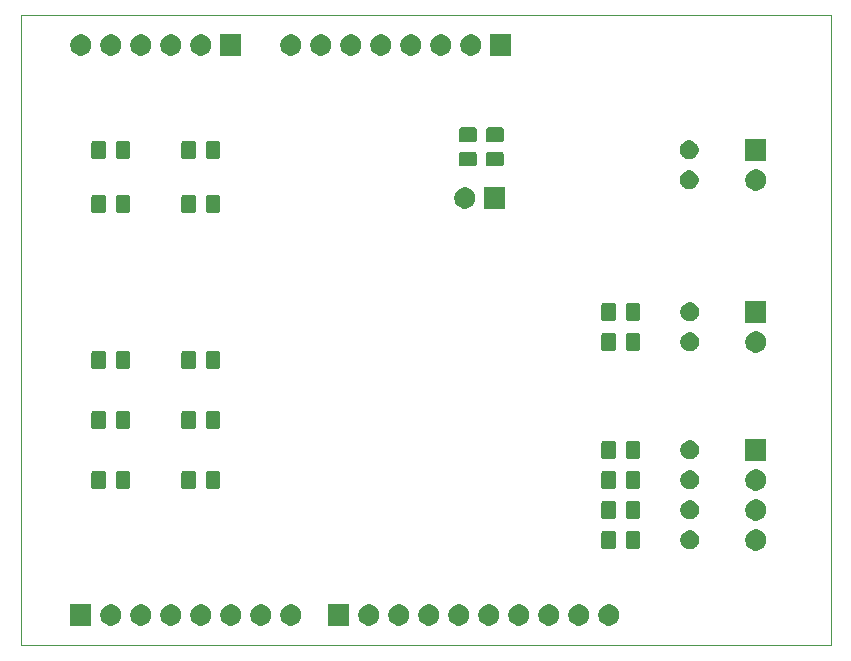
<source format=gts>
G04 #@! TF.GenerationSoftware,KiCad,Pcbnew,(5.1.5)-2*
G04 #@! TF.CreationDate,2021-06-18T18:05:22+02:00*
G04 #@! TF.ProjectId,IMX_MULTIPROTOCOL,494d585f-4d55-44c5-9449-50524f544f43,rev?*
G04 #@! TF.SameCoordinates,Original*
G04 #@! TF.FileFunction,Soldermask,Top*
G04 #@! TF.FilePolarity,Negative*
%FSLAX46Y46*%
G04 Gerber Fmt 4.6, Leading zero omitted, Abs format (unit mm)*
G04 Created by KiCad (PCBNEW (5.1.5)-2) date 2021-06-18 18:05:22*
%MOMM*%
%LPD*%
G04 APERTURE LIST*
%ADD10C,0.050000*%
%ADD11C,0.100000*%
G04 APERTURE END LIST*
D10*
X100000000Y-46700000D02*
X168600000Y-46700000D01*
X168600000Y-100000000D02*
X168600000Y-46700000D01*
X100000000Y-100000000D02*
X100000000Y-46700000D01*
X100000000Y-100000000D02*
X168600000Y-100000000D01*
D11*
G36*
X149917512Y-96563927D02*
G01*
X150066812Y-96593624D01*
X150230784Y-96661544D01*
X150378354Y-96760147D01*
X150503853Y-96885646D01*
X150602456Y-97033216D01*
X150670376Y-97197188D01*
X150705000Y-97371259D01*
X150705000Y-97548741D01*
X150670376Y-97722812D01*
X150602456Y-97886784D01*
X150503853Y-98034354D01*
X150378354Y-98159853D01*
X150230784Y-98258456D01*
X150066812Y-98326376D01*
X149917512Y-98356073D01*
X149892742Y-98361000D01*
X149715258Y-98361000D01*
X149690488Y-98356073D01*
X149541188Y-98326376D01*
X149377216Y-98258456D01*
X149229646Y-98159853D01*
X149104147Y-98034354D01*
X149005544Y-97886784D01*
X148937624Y-97722812D01*
X148903000Y-97548741D01*
X148903000Y-97371259D01*
X148937624Y-97197188D01*
X149005544Y-97033216D01*
X149104147Y-96885646D01*
X149229646Y-96760147D01*
X149377216Y-96661544D01*
X149541188Y-96593624D01*
X149690488Y-96563927D01*
X149715258Y-96559000D01*
X149892742Y-96559000D01*
X149917512Y-96563927D01*
G37*
G36*
X127845000Y-98361000D02*
G01*
X126043000Y-98361000D01*
X126043000Y-96559000D01*
X127845000Y-96559000D01*
X127845000Y-98361000D01*
G37*
G36*
X106001000Y-98361000D02*
G01*
X104199000Y-98361000D01*
X104199000Y-96559000D01*
X106001000Y-96559000D01*
X106001000Y-98361000D01*
G37*
G36*
X107753512Y-96563927D02*
G01*
X107902812Y-96593624D01*
X108066784Y-96661544D01*
X108214354Y-96760147D01*
X108339853Y-96885646D01*
X108438456Y-97033216D01*
X108506376Y-97197188D01*
X108541000Y-97371259D01*
X108541000Y-97548741D01*
X108506376Y-97722812D01*
X108438456Y-97886784D01*
X108339853Y-98034354D01*
X108214354Y-98159853D01*
X108066784Y-98258456D01*
X107902812Y-98326376D01*
X107753512Y-98356073D01*
X107728742Y-98361000D01*
X107551258Y-98361000D01*
X107526488Y-98356073D01*
X107377188Y-98326376D01*
X107213216Y-98258456D01*
X107065646Y-98159853D01*
X106940147Y-98034354D01*
X106841544Y-97886784D01*
X106773624Y-97722812D01*
X106739000Y-97548741D01*
X106739000Y-97371259D01*
X106773624Y-97197188D01*
X106841544Y-97033216D01*
X106940147Y-96885646D01*
X107065646Y-96760147D01*
X107213216Y-96661544D01*
X107377188Y-96593624D01*
X107526488Y-96563927D01*
X107551258Y-96559000D01*
X107728742Y-96559000D01*
X107753512Y-96563927D01*
G37*
G36*
X110293512Y-96563927D02*
G01*
X110442812Y-96593624D01*
X110606784Y-96661544D01*
X110754354Y-96760147D01*
X110879853Y-96885646D01*
X110978456Y-97033216D01*
X111046376Y-97197188D01*
X111081000Y-97371259D01*
X111081000Y-97548741D01*
X111046376Y-97722812D01*
X110978456Y-97886784D01*
X110879853Y-98034354D01*
X110754354Y-98159853D01*
X110606784Y-98258456D01*
X110442812Y-98326376D01*
X110293512Y-98356073D01*
X110268742Y-98361000D01*
X110091258Y-98361000D01*
X110066488Y-98356073D01*
X109917188Y-98326376D01*
X109753216Y-98258456D01*
X109605646Y-98159853D01*
X109480147Y-98034354D01*
X109381544Y-97886784D01*
X109313624Y-97722812D01*
X109279000Y-97548741D01*
X109279000Y-97371259D01*
X109313624Y-97197188D01*
X109381544Y-97033216D01*
X109480147Y-96885646D01*
X109605646Y-96760147D01*
X109753216Y-96661544D01*
X109917188Y-96593624D01*
X110066488Y-96563927D01*
X110091258Y-96559000D01*
X110268742Y-96559000D01*
X110293512Y-96563927D01*
G37*
G36*
X112833512Y-96563927D02*
G01*
X112982812Y-96593624D01*
X113146784Y-96661544D01*
X113294354Y-96760147D01*
X113419853Y-96885646D01*
X113518456Y-97033216D01*
X113586376Y-97197188D01*
X113621000Y-97371259D01*
X113621000Y-97548741D01*
X113586376Y-97722812D01*
X113518456Y-97886784D01*
X113419853Y-98034354D01*
X113294354Y-98159853D01*
X113146784Y-98258456D01*
X112982812Y-98326376D01*
X112833512Y-98356073D01*
X112808742Y-98361000D01*
X112631258Y-98361000D01*
X112606488Y-98356073D01*
X112457188Y-98326376D01*
X112293216Y-98258456D01*
X112145646Y-98159853D01*
X112020147Y-98034354D01*
X111921544Y-97886784D01*
X111853624Y-97722812D01*
X111819000Y-97548741D01*
X111819000Y-97371259D01*
X111853624Y-97197188D01*
X111921544Y-97033216D01*
X112020147Y-96885646D01*
X112145646Y-96760147D01*
X112293216Y-96661544D01*
X112457188Y-96593624D01*
X112606488Y-96563927D01*
X112631258Y-96559000D01*
X112808742Y-96559000D01*
X112833512Y-96563927D01*
G37*
G36*
X115373512Y-96563927D02*
G01*
X115522812Y-96593624D01*
X115686784Y-96661544D01*
X115834354Y-96760147D01*
X115959853Y-96885646D01*
X116058456Y-97033216D01*
X116126376Y-97197188D01*
X116161000Y-97371259D01*
X116161000Y-97548741D01*
X116126376Y-97722812D01*
X116058456Y-97886784D01*
X115959853Y-98034354D01*
X115834354Y-98159853D01*
X115686784Y-98258456D01*
X115522812Y-98326376D01*
X115373512Y-98356073D01*
X115348742Y-98361000D01*
X115171258Y-98361000D01*
X115146488Y-98356073D01*
X114997188Y-98326376D01*
X114833216Y-98258456D01*
X114685646Y-98159853D01*
X114560147Y-98034354D01*
X114461544Y-97886784D01*
X114393624Y-97722812D01*
X114359000Y-97548741D01*
X114359000Y-97371259D01*
X114393624Y-97197188D01*
X114461544Y-97033216D01*
X114560147Y-96885646D01*
X114685646Y-96760147D01*
X114833216Y-96661544D01*
X114997188Y-96593624D01*
X115146488Y-96563927D01*
X115171258Y-96559000D01*
X115348742Y-96559000D01*
X115373512Y-96563927D01*
G37*
G36*
X117913512Y-96563927D02*
G01*
X118062812Y-96593624D01*
X118226784Y-96661544D01*
X118374354Y-96760147D01*
X118499853Y-96885646D01*
X118598456Y-97033216D01*
X118666376Y-97197188D01*
X118701000Y-97371259D01*
X118701000Y-97548741D01*
X118666376Y-97722812D01*
X118598456Y-97886784D01*
X118499853Y-98034354D01*
X118374354Y-98159853D01*
X118226784Y-98258456D01*
X118062812Y-98326376D01*
X117913512Y-98356073D01*
X117888742Y-98361000D01*
X117711258Y-98361000D01*
X117686488Y-98356073D01*
X117537188Y-98326376D01*
X117373216Y-98258456D01*
X117225646Y-98159853D01*
X117100147Y-98034354D01*
X117001544Y-97886784D01*
X116933624Y-97722812D01*
X116899000Y-97548741D01*
X116899000Y-97371259D01*
X116933624Y-97197188D01*
X117001544Y-97033216D01*
X117100147Y-96885646D01*
X117225646Y-96760147D01*
X117373216Y-96661544D01*
X117537188Y-96593624D01*
X117686488Y-96563927D01*
X117711258Y-96559000D01*
X117888742Y-96559000D01*
X117913512Y-96563927D01*
G37*
G36*
X120453512Y-96563927D02*
G01*
X120602812Y-96593624D01*
X120766784Y-96661544D01*
X120914354Y-96760147D01*
X121039853Y-96885646D01*
X121138456Y-97033216D01*
X121206376Y-97197188D01*
X121241000Y-97371259D01*
X121241000Y-97548741D01*
X121206376Y-97722812D01*
X121138456Y-97886784D01*
X121039853Y-98034354D01*
X120914354Y-98159853D01*
X120766784Y-98258456D01*
X120602812Y-98326376D01*
X120453512Y-98356073D01*
X120428742Y-98361000D01*
X120251258Y-98361000D01*
X120226488Y-98356073D01*
X120077188Y-98326376D01*
X119913216Y-98258456D01*
X119765646Y-98159853D01*
X119640147Y-98034354D01*
X119541544Y-97886784D01*
X119473624Y-97722812D01*
X119439000Y-97548741D01*
X119439000Y-97371259D01*
X119473624Y-97197188D01*
X119541544Y-97033216D01*
X119640147Y-96885646D01*
X119765646Y-96760147D01*
X119913216Y-96661544D01*
X120077188Y-96593624D01*
X120226488Y-96563927D01*
X120251258Y-96559000D01*
X120428742Y-96559000D01*
X120453512Y-96563927D01*
G37*
G36*
X122993512Y-96563927D02*
G01*
X123142812Y-96593624D01*
X123306784Y-96661544D01*
X123454354Y-96760147D01*
X123579853Y-96885646D01*
X123678456Y-97033216D01*
X123746376Y-97197188D01*
X123781000Y-97371259D01*
X123781000Y-97548741D01*
X123746376Y-97722812D01*
X123678456Y-97886784D01*
X123579853Y-98034354D01*
X123454354Y-98159853D01*
X123306784Y-98258456D01*
X123142812Y-98326376D01*
X122993512Y-98356073D01*
X122968742Y-98361000D01*
X122791258Y-98361000D01*
X122766488Y-98356073D01*
X122617188Y-98326376D01*
X122453216Y-98258456D01*
X122305646Y-98159853D01*
X122180147Y-98034354D01*
X122081544Y-97886784D01*
X122013624Y-97722812D01*
X121979000Y-97548741D01*
X121979000Y-97371259D01*
X122013624Y-97197188D01*
X122081544Y-97033216D01*
X122180147Y-96885646D01*
X122305646Y-96760147D01*
X122453216Y-96661544D01*
X122617188Y-96593624D01*
X122766488Y-96563927D01*
X122791258Y-96559000D01*
X122968742Y-96559000D01*
X122993512Y-96563927D01*
G37*
G36*
X132137512Y-96563927D02*
G01*
X132286812Y-96593624D01*
X132450784Y-96661544D01*
X132598354Y-96760147D01*
X132723853Y-96885646D01*
X132822456Y-97033216D01*
X132890376Y-97197188D01*
X132925000Y-97371259D01*
X132925000Y-97548741D01*
X132890376Y-97722812D01*
X132822456Y-97886784D01*
X132723853Y-98034354D01*
X132598354Y-98159853D01*
X132450784Y-98258456D01*
X132286812Y-98326376D01*
X132137512Y-98356073D01*
X132112742Y-98361000D01*
X131935258Y-98361000D01*
X131910488Y-98356073D01*
X131761188Y-98326376D01*
X131597216Y-98258456D01*
X131449646Y-98159853D01*
X131324147Y-98034354D01*
X131225544Y-97886784D01*
X131157624Y-97722812D01*
X131123000Y-97548741D01*
X131123000Y-97371259D01*
X131157624Y-97197188D01*
X131225544Y-97033216D01*
X131324147Y-96885646D01*
X131449646Y-96760147D01*
X131597216Y-96661544D01*
X131761188Y-96593624D01*
X131910488Y-96563927D01*
X131935258Y-96559000D01*
X132112742Y-96559000D01*
X132137512Y-96563927D01*
G37*
G36*
X129597512Y-96563927D02*
G01*
X129746812Y-96593624D01*
X129910784Y-96661544D01*
X130058354Y-96760147D01*
X130183853Y-96885646D01*
X130282456Y-97033216D01*
X130350376Y-97197188D01*
X130385000Y-97371259D01*
X130385000Y-97548741D01*
X130350376Y-97722812D01*
X130282456Y-97886784D01*
X130183853Y-98034354D01*
X130058354Y-98159853D01*
X129910784Y-98258456D01*
X129746812Y-98326376D01*
X129597512Y-98356073D01*
X129572742Y-98361000D01*
X129395258Y-98361000D01*
X129370488Y-98356073D01*
X129221188Y-98326376D01*
X129057216Y-98258456D01*
X128909646Y-98159853D01*
X128784147Y-98034354D01*
X128685544Y-97886784D01*
X128617624Y-97722812D01*
X128583000Y-97548741D01*
X128583000Y-97371259D01*
X128617624Y-97197188D01*
X128685544Y-97033216D01*
X128784147Y-96885646D01*
X128909646Y-96760147D01*
X129057216Y-96661544D01*
X129221188Y-96593624D01*
X129370488Y-96563927D01*
X129395258Y-96559000D01*
X129572742Y-96559000D01*
X129597512Y-96563927D01*
G37*
G36*
X147377512Y-96563927D02*
G01*
X147526812Y-96593624D01*
X147690784Y-96661544D01*
X147838354Y-96760147D01*
X147963853Y-96885646D01*
X148062456Y-97033216D01*
X148130376Y-97197188D01*
X148165000Y-97371259D01*
X148165000Y-97548741D01*
X148130376Y-97722812D01*
X148062456Y-97886784D01*
X147963853Y-98034354D01*
X147838354Y-98159853D01*
X147690784Y-98258456D01*
X147526812Y-98326376D01*
X147377512Y-98356073D01*
X147352742Y-98361000D01*
X147175258Y-98361000D01*
X147150488Y-98356073D01*
X147001188Y-98326376D01*
X146837216Y-98258456D01*
X146689646Y-98159853D01*
X146564147Y-98034354D01*
X146465544Y-97886784D01*
X146397624Y-97722812D01*
X146363000Y-97548741D01*
X146363000Y-97371259D01*
X146397624Y-97197188D01*
X146465544Y-97033216D01*
X146564147Y-96885646D01*
X146689646Y-96760147D01*
X146837216Y-96661544D01*
X147001188Y-96593624D01*
X147150488Y-96563927D01*
X147175258Y-96559000D01*
X147352742Y-96559000D01*
X147377512Y-96563927D01*
G37*
G36*
X144837512Y-96563927D02*
G01*
X144986812Y-96593624D01*
X145150784Y-96661544D01*
X145298354Y-96760147D01*
X145423853Y-96885646D01*
X145522456Y-97033216D01*
X145590376Y-97197188D01*
X145625000Y-97371259D01*
X145625000Y-97548741D01*
X145590376Y-97722812D01*
X145522456Y-97886784D01*
X145423853Y-98034354D01*
X145298354Y-98159853D01*
X145150784Y-98258456D01*
X144986812Y-98326376D01*
X144837512Y-98356073D01*
X144812742Y-98361000D01*
X144635258Y-98361000D01*
X144610488Y-98356073D01*
X144461188Y-98326376D01*
X144297216Y-98258456D01*
X144149646Y-98159853D01*
X144024147Y-98034354D01*
X143925544Y-97886784D01*
X143857624Y-97722812D01*
X143823000Y-97548741D01*
X143823000Y-97371259D01*
X143857624Y-97197188D01*
X143925544Y-97033216D01*
X144024147Y-96885646D01*
X144149646Y-96760147D01*
X144297216Y-96661544D01*
X144461188Y-96593624D01*
X144610488Y-96563927D01*
X144635258Y-96559000D01*
X144812742Y-96559000D01*
X144837512Y-96563927D01*
G37*
G36*
X142297512Y-96563927D02*
G01*
X142446812Y-96593624D01*
X142610784Y-96661544D01*
X142758354Y-96760147D01*
X142883853Y-96885646D01*
X142982456Y-97033216D01*
X143050376Y-97197188D01*
X143085000Y-97371259D01*
X143085000Y-97548741D01*
X143050376Y-97722812D01*
X142982456Y-97886784D01*
X142883853Y-98034354D01*
X142758354Y-98159853D01*
X142610784Y-98258456D01*
X142446812Y-98326376D01*
X142297512Y-98356073D01*
X142272742Y-98361000D01*
X142095258Y-98361000D01*
X142070488Y-98356073D01*
X141921188Y-98326376D01*
X141757216Y-98258456D01*
X141609646Y-98159853D01*
X141484147Y-98034354D01*
X141385544Y-97886784D01*
X141317624Y-97722812D01*
X141283000Y-97548741D01*
X141283000Y-97371259D01*
X141317624Y-97197188D01*
X141385544Y-97033216D01*
X141484147Y-96885646D01*
X141609646Y-96760147D01*
X141757216Y-96661544D01*
X141921188Y-96593624D01*
X142070488Y-96563927D01*
X142095258Y-96559000D01*
X142272742Y-96559000D01*
X142297512Y-96563927D01*
G37*
G36*
X139757512Y-96563927D02*
G01*
X139906812Y-96593624D01*
X140070784Y-96661544D01*
X140218354Y-96760147D01*
X140343853Y-96885646D01*
X140442456Y-97033216D01*
X140510376Y-97197188D01*
X140545000Y-97371259D01*
X140545000Y-97548741D01*
X140510376Y-97722812D01*
X140442456Y-97886784D01*
X140343853Y-98034354D01*
X140218354Y-98159853D01*
X140070784Y-98258456D01*
X139906812Y-98326376D01*
X139757512Y-98356073D01*
X139732742Y-98361000D01*
X139555258Y-98361000D01*
X139530488Y-98356073D01*
X139381188Y-98326376D01*
X139217216Y-98258456D01*
X139069646Y-98159853D01*
X138944147Y-98034354D01*
X138845544Y-97886784D01*
X138777624Y-97722812D01*
X138743000Y-97548741D01*
X138743000Y-97371259D01*
X138777624Y-97197188D01*
X138845544Y-97033216D01*
X138944147Y-96885646D01*
X139069646Y-96760147D01*
X139217216Y-96661544D01*
X139381188Y-96593624D01*
X139530488Y-96563927D01*
X139555258Y-96559000D01*
X139732742Y-96559000D01*
X139757512Y-96563927D01*
G37*
G36*
X137217512Y-96563927D02*
G01*
X137366812Y-96593624D01*
X137530784Y-96661544D01*
X137678354Y-96760147D01*
X137803853Y-96885646D01*
X137902456Y-97033216D01*
X137970376Y-97197188D01*
X138005000Y-97371259D01*
X138005000Y-97548741D01*
X137970376Y-97722812D01*
X137902456Y-97886784D01*
X137803853Y-98034354D01*
X137678354Y-98159853D01*
X137530784Y-98258456D01*
X137366812Y-98326376D01*
X137217512Y-98356073D01*
X137192742Y-98361000D01*
X137015258Y-98361000D01*
X136990488Y-98356073D01*
X136841188Y-98326376D01*
X136677216Y-98258456D01*
X136529646Y-98159853D01*
X136404147Y-98034354D01*
X136305544Y-97886784D01*
X136237624Y-97722812D01*
X136203000Y-97548741D01*
X136203000Y-97371259D01*
X136237624Y-97197188D01*
X136305544Y-97033216D01*
X136404147Y-96885646D01*
X136529646Y-96760147D01*
X136677216Y-96661544D01*
X136841188Y-96593624D01*
X136990488Y-96563927D01*
X137015258Y-96559000D01*
X137192742Y-96559000D01*
X137217512Y-96563927D01*
G37*
G36*
X134677512Y-96563927D02*
G01*
X134826812Y-96593624D01*
X134990784Y-96661544D01*
X135138354Y-96760147D01*
X135263853Y-96885646D01*
X135362456Y-97033216D01*
X135430376Y-97197188D01*
X135465000Y-97371259D01*
X135465000Y-97548741D01*
X135430376Y-97722812D01*
X135362456Y-97886784D01*
X135263853Y-98034354D01*
X135138354Y-98159853D01*
X134990784Y-98258456D01*
X134826812Y-98326376D01*
X134677512Y-98356073D01*
X134652742Y-98361000D01*
X134475258Y-98361000D01*
X134450488Y-98356073D01*
X134301188Y-98326376D01*
X134137216Y-98258456D01*
X133989646Y-98159853D01*
X133864147Y-98034354D01*
X133765544Y-97886784D01*
X133697624Y-97722812D01*
X133663000Y-97548741D01*
X133663000Y-97371259D01*
X133697624Y-97197188D01*
X133765544Y-97033216D01*
X133864147Y-96885646D01*
X133989646Y-96760147D01*
X134137216Y-96661544D01*
X134301188Y-96593624D01*
X134450488Y-96563927D01*
X134475258Y-96559000D01*
X134652742Y-96559000D01*
X134677512Y-96563927D01*
G37*
G36*
X162363512Y-90213927D02*
G01*
X162512812Y-90243624D01*
X162676784Y-90311544D01*
X162824354Y-90410147D01*
X162949853Y-90535646D01*
X163048456Y-90683216D01*
X163116376Y-90847188D01*
X163151000Y-91021259D01*
X163151000Y-91198741D01*
X163116376Y-91372812D01*
X163048456Y-91536784D01*
X162949853Y-91684354D01*
X162824354Y-91809853D01*
X162676784Y-91908456D01*
X162512812Y-91976376D01*
X162363512Y-92006073D01*
X162338742Y-92011000D01*
X162161258Y-92011000D01*
X162136488Y-92006073D01*
X161987188Y-91976376D01*
X161823216Y-91908456D01*
X161675646Y-91809853D01*
X161550147Y-91684354D01*
X161451544Y-91536784D01*
X161383624Y-91372812D01*
X161349000Y-91198741D01*
X161349000Y-91021259D01*
X161383624Y-90847188D01*
X161451544Y-90683216D01*
X161550147Y-90535646D01*
X161675646Y-90410147D01*
X161823216Y-90311544D01*
X161987188Y-90243624D01*
X162136488Y-90213927D01*
X162161258Y-90209000D01*
X162338742Y-90209000D01*
X162363512Y-90213927D01*
G37*
G36*
X156895642Y-90339781D02*
G01*
X157025248Y-90393466D01*
X157041416Y-90400163D01*
X157172608Y-90487822D01*
X157284178Y-90599392D01*
X157305413Y-90631173D01*
X157371838Y-90730586D01*
X157432219Y-90876358D01*
X157463000Y-91031107D01*
X157463000Y-91188893D01*
X157432219Y-91343642D01*
X157420136Y-91372812D01*
X157371837Y-91489416D01*
X157284178Y-91620608D01*
X157172608Y-91732178D01*
X157041416Y-91819837D01*
X157041415Y-91819838D01*
X157041414Y-91819838D01*
X156895642Y-91880219D01*
X156740893Y-91911000D01*
X156583107Y-91911000D01*
X156428358Y-91880219D01*
X156282586Y-91819838D01*
X156282585Y-91819838D01*
X156282584Y-91819837D01*
X156151392Y-91732178D01*
X156039822Y-91620608D01*
X155952163Y-91489416D01*
X155903864Y-91372812D01*
X155891781Y-91343642D01*
X155861000Y-91188893D01*
X155861000Y-91031107D01*
X155891781Y-90876358D01*
X155952162Y-90730586D01*
X156018587Y-90631173D01*
X156039822Y-90599392D01*
X156151392Y-90487822D01*
X156282584Y-90400163D01*
X156298752Y-90393466D01*
X156428358Y-90339781D01*
X156583107Y-90309000D01*
X156740893Y-90309000D01*
X156895642Y-90339781D01*
G37*
G36*
X150258674Y-90363465D02*
G01*
X150296367Y-90374899D01*
X150331103Y-90393466D01*
X150361548Y-90418452D01*
X150386534Y-90448897D01*
X150405101Y-90483633D01*
X150416535Y-90521326D01*
X150421000Y-90566661D01*
X150421000Y-91653339D01*
X150416535Y-91698674D01*
X150405101Y-91736367D01*
X150386534Y-91771103D01*
X150361548Y-91801548D01*
X150331103Y-91826534D01*
X150296367Y-91845101D01*
X150258674Y-91856535D01*
X150213339Y-91861000D01*
X149376661Y-91861000D01*
X149331326Y-91856535D01*
X149293633Y-91845101D01*
X149258897Y-91826534D01*
X149228452Y-91801548D01*
X149203466Y-91771103D01*
X149184899Y-91736367D01*
X149173465Y-91698674D01*
X149169000Y-91653339D01*
X149169000Y-90566661D01*
X149173465Y-90521326D01*
X149184899Y-90483633D01*
X149203466Y-90448897D01*
X149228452Y-90418452D01*
X149258897Y-90393466D01*
X149293633Y-90374899D01*
X149331326Y-90363465D01*
X149376661Y-90359000D01*
X150213339Y-90359000D01*
X150258674Y-90363465D01*
G37*
G36*
X152308674Y-90363465D02*
G01*
X152346367Y-90374899D01*
X152381103Y-90393466D01*
X152411548Y-90418452D01*
X152436534Y-90448897D01*
X152455101Y-90483633D01*
X152466535Y-90521326D01*
X152471000Y-90566661D01*
X152471000Y-91653339D01*
X152466535Y-91698674D01*
X152455101Y-91736367D01*
X152436534Y-91771103D01*
X152411548Y-91801548D01*
X152381103Y-91826534D01*
X152346367Y-91845101D01*
X152308674Y-91856535D01*
X152263339Y-91861000D01*
X151426661Y-91861000D01*
X151381326Y-91856535D01*
X151343633Y-91845101D01*
X151308897Y-91826534D01*
X151278452Y-91801548D01*
X151253466Y-91771103D01*
X151234899Y-91736367D01*
X151223465Y-91698674D01*
X151219000Y-91653339D01*
X151219000Y-90566661D01*
X151223465Y-90521326D01*
X151234899Y-90483633D01*
X151253466Y-90448897D01*
X151278452Y-90418452D01*
X151308897Y-90393466D01*
X151343633Y-90374899D01*
X151381326Y-90363465D01*
X151426661Y-90359000D01*
X152263339Y-90359000D01*
X152308674Y-90363465D01*
G37*
G36*
X162363512Y-87673927D02*
G01*
X162512812Y-87703624D01*
X162676784Y-87771544D01*
X162824354Y-87870147D01*
X162949853Y-87995646D01*
X163048456Y-88143216D01*
X163116376Y-88307188D01*
X163151000Y-88481259D01*
X163151000Y-88658741D01*
X163116376Y-88832812D01*
X163048456Y-88996784D01*
X162949853Y-89144354D01*
X162824354Y-89269853D01*
X162676784Y-89368456D01*
X162512812Y-89436376D01*
X162363512Y-89466073D01*
X162338742Y-89471000D01*
X162161258Y-89471000D01*
X162136488Y-89466073D01*
X161987188Y-89436376D01*
X161823216Y-89368456D01*
X161675646Y-89269853D01*
X161550147Y-89144354D01*
X161451544Y-88996784D01*
X161383624Y-88832812D01*
X161349000Y-88658741D01*
X161349000Y-88481259D01*
X161383624Y-88307188D01*
X161451544Y-88143216D01*
X161550147Y-87995646D01*
X161675646Y-87870147D01*
X161823216Y-87771544D01*
X161987188Y-87703624D01*
X162136488Y-87673927D01*
X162161258Y-87669000D01*
X162338742Y-87669000D01*
X162363512Y-87673927D01*
G37*
G36*
X156895642Y-87799781D02*
G01*
X157025248Y-87853466D01*
X157041416Y-87860163D01*
X157172608Y-87947822D01*
X157284178Y-88059392D01*
X157305413Y-88091173D01*
X157371838Y-88190586D01*
X157432219Y-88336358D01*
X157463000Y-88491107D01*
X157463000Y-88648893D01*
X157432219Y-88803642D01*
X157420136Y-88832812D01*
X157371837Y-88949416D01*
X157284178Y-89080608D01*
X157172608Y-89192178D01*
X157041416Y-89279837D01*
X157041415Y-89279838D01*
X157041414Y-89279838D01*
X156895642Y-89340219D01*
X156740893Y-89371000D01*
X156583107Y-89371000D01*
X156428358Y-89340219D01*
X156282586Y-89279838D01*
X156282585Y-89279838D01*
X156282584Y-89279837D01*
X156151392Y-89192178D01*
X156039822Y-89080608D01*
X155952163Y-88949416D01*
X155903864Y-88832812D01*
X155891781Y-88803642D01*
X155861000Y-88648893D01*
X155861000Y-88491107D01*
X155891781Y-88336358D01*
X155952162Y-88190586D01*
X156018587Y-88091173D01*
X156039822Y-88059392D01*
X156151392Y-87947822D01*
X156282584Y-87860163D01*
X156298752Y-87853466D01*
X156428358Y-87799781D01*
X156583107Y-87769000D01*
X156740893Y-87769000D01*
X156895642Y-87799781D01*
G37*
G36*
X152308674Y-87823465D02*
G01*
X152346367Y-87834899D01*
X152381103Y-87853466D01*
X152411548Y-87878452D01*
X152436534Y-87908897D01*
X152455101Y-87943633D01*
X152466535Y-87981326D01*
X152471000Y-88026661D01*
X152471000Y-89113339D01*
X152466535Y-89158674D01*
X152455101Y-89196367D01*
X152436534Y-89231103D01*
X152411548Y-89261548D01*
X152381103Y-89286534D01*
X152346367Y-89305101D01*
X152308674Y-89316535D01*
X152263339Y-89321000D01*
X151426661Y-89321000D01*
X151381326Y-89316535D01*
X151343633Y-89305101D01*
X151308897Y-89286534D01*
X151278452Y-89261548D01*
X151253466Y-89231103D01*
X151234899Y-89196367D01*
X151223465Y-89158674D01*
X151219000Y-89113339D01*
X151219000Y-88026661D01*
X151223465Y-87981326D01*
X151234899Y-87943633D01*
X151253466Y-87908897D01*
X151278452Y-87878452D01*
X151308897Y-87853466D01*
X151343633Y-87834899D01*
X151381326Y-87823465D01*
X151426661Y-87819000D01*
X152263339Y-87819000D01*
X152308674Y-87823465D01*
G37*
G36*
X150258674Y-87823465D02*
G01*
X150296367Y-87834899D01*
X150331103Y-87853466D01*
X150361548Y-87878452D01*
X150386534Y-87908897D01*
X150405101Y-87943633D01*
X150416535Y-87981326D01*
X150421000Y-88026661D01*
X150421000Y-89113339D01*
X150416535Y-89158674D01*
X150405101Y-89196367D01*
X150386534Y-89231103D01*
X150361548Y-89261548D01*
X150331103Y-89286534D01*
X150296367Y-89305101D01*
X150258674Y-89316535D01*
X150213339Y-89321000D01*
X149376661Y-89321000D01*
X149331326Y-89316535D01*
X149293633Y-89305101D01*
X149258897Y-89286534D01*
X149228452Y-89261548D01*
X149203466Y-89231103D01*
X149184899Y-89196367D01*
X149173465Y-89158674D01*
X149169000Y-89113339D01*
X149169000Y-88026661D01*
X149173465Y-87981326D01*
X149184899Y-87943633D01*
X149203466Y-87908897D01*
X149228452Y-87878452D01*
X149258897Y-87853466D01*
X149293633Y-87834899D01*
X149331326Y-87823465D01*
X149376661Y-87819000D01*
X150213339Y-87819000D01*
X150258674Y-87823465D01*
G37*
G36*
X162363512Y-85133927D02*
G01*
X162512812Y-85163624D01*
X162676784Y-85231544D01*
X162824354Y-85330147D01*
X162949853Y-85455646D01*
X163048456Y-85603216D01*
X163116376Y-85767188D01*
X163151000Y-85941259D01*
X163151000Y-86118741D01*
X163116376Y-86292812D01*
X163048456Y-86456784D01*
X162949853Y-86604354D01*
X162824354Y-86729853D01*
X162676784Y-86828456D01*
X162512812Y-86896376D01*
X162363512Y-86926073D01*
X162338742Y-86931000D01*
X162161258Y-86931000D01*
X162136488Y-86926073D01*
X161987188Y-86896376D01*
X161823216Y-86828456D01*
X161675646Y-86729853D01*
X161550147Y-86604354D01*
X161451544Y-86456784D01*
X161383624Y-86292812D01*
X161349000Y-86118741D01*
X161349000Y-85941259D01*
X161383624Y-85767188D01*
X161451544Y-85603216D01*
X161550147Y-85455646D01*
X161675646Y-85330147D01*
X161823216Y-85231544D01*
X161987188Y-85163624D01*
X162136488Y-85133927D01*
X162161258Y-85129000D01*
X162338742Y-85129000D01*
X162363512Y-85133927D01*
G37*
G36*
X156895642Y-85259781D02*
G01*
X157025248Y-85313466D01*
X157041416Y-85320163D01*
X157172608Y-85407822D01*
X157284178Y-85519392D01*
X157305413Y-85551173D01*
X157371838Y-85650586D01*
X157432219Y-85796358D01*
X157463000Y-85951107D01*
X157463000Y-86108893D01*
X157432219Y-86263642D01*
X157420136Y-86292812D01*
X157371837Y-86409416D01*
X157284178Y-86540608D01*
X157172608Y-86652178D01*
X157041416Y-86739837D01*
X157041415Y-86739838D01*
X157041414Y-86739838D01*
X156895642Y-86800219D01*
X156740893Y-86831000D01*
X156583107Y-86831000D01*
X156428358Y-86800219D01*
X156282586Y-86739838D01*
X156282585Y-86739838D01*
X156282584Y-86739837D01*
X156151392Y-86652178D01*
X156039822Y-86540608D01*
X155952163Y-86409416D01*
X155903864Y-86292812D01*
X155891781Y-86263642D01*
X155861000Y-86108893D01*
X155861000Y-85951107D01*
X155891781Y-85796358D01*
X155952162Y-85650586D01*
X156018587Y-85551173D01*
X156039822Y-85519392D01*
X156151392Y-85407822D01*
X156282584Y-85320163D01*
X156298752Y-85313466D01*
X156428358Y-85259781D01*
X156583107Y-85229000D01*
X156740893Y-85229000D01*
X156895642Y-85259781D01*
G37*
G36*
X109128674Y-85283465D02*
G01*
X109166367Y-85294899D01*
X109201103Y-85313466D01*
X109231548Y-85338452D01*
X109256534Y-85368897D01*
X109275101Y-85403633D01*
X109286535Y-85441326D01*
X109291000Y-85486661D01*
X109291000Y-86573339D01*
X109286535Y-86618674D01*
X109275101Y-86656367D01*
X109256534Y-86691103D01*
X109231548Y-86721548D01*
X109201103Y-86746534D01*
X109166367Y-86765101D01*
X109128674Y-86776535D01*
X109083339Y-86781000D01*
X108246661Y-86781000D01*
X108201326Y-86776535D01*
X108163633Y-86765101D01*
X108128897Y-86746534D01*
X108098452Y-86721548D01*
X108073466Y-86691103D01*
X108054899Y-86656367D01*
X108043465Y-86618674D01*
X108039000Y-86573339D01*
X108039000Y-85486661D01*
X108043465Y-85441326D01*
X108054899Y-85403633D01*
X108073466Y-85368897D01*
X108098452Y-85338452D01*
X108128897Y-85313466D01*
X108163633Y-85294899D01*
X108201326Y-85283465D01*
X108246661Y-85279000D01*
X109083339Y-85279000D01*
X109128674Y-85283465D01*
G37*
G36*
X116748674Y-85283465D02*
G01*
X116786367Y-85294899D01*
X116821103Y-85313466D01*
X116851548Y-85338452D01*
X116876534Y-85368897D01*
X116895101Y-85403633D01*
X116906535Y-85441326D01*
X116911000Y-85486661D01*
X116911000Y-86573339D01*
X116906535Y-86618674D01*
X116895101Y-86656367D01*
X116876534Y-86691103D01*
X116851548Y-86721548D01*
X116821103Y-86746534D01*
X116786367Y-86765101D01*
X116748674Y-86776535D01*
X116703339Y-86781000D01*
X115866661Y-86781000D01*
X115821326Y-86776535D01*
X115783633Y-86765101D01*
X115748897Y-86746534D01*
X115718452Y-86721548D01*
X115693466Y-86691103D01*
X115674899Y-86656367D01*
X115663465Y-86618674D01*
X115659000Y-86573339D01*
X115659000Y-85486661D01*
X115663465Y-85441326D01*
X115674899Y-85403633D01*
X115693466Y-85368897D01*
X115718452Y-85338452D01*
X115748897Y-85313466D01*
X115783633Y-85294899D01*
X115821326Y-85283465D01*
X115866661Y-85279000D01*
X116703339Y-85279000D01*
X116748674Y-85283465D01*
G37*
G36*
X114698674Y-85283465D02*
G01*
X114736367Y-85294899D01*
X114771103Y-85313466D01*
X114801548Y-85338452D01*
X114826534Y-85368897D01*
X114845101Y-85403633D01*
X114856535Y-85441326D01*
X114861000Y-85486661D01*
X114861000Y-86573339D01*
X114856535Y-86618674D01*
X114845101Y-86656367D01*
X114826534Y-86691103D01*
X114801548Y-86721548D01*
X114771103Y-86746534D01*
X114736367Y-86765101D01*
X114698674Y-86776535D01*
X114653339Y-86781000D01*
X113816661Y-86781000D01*
X113771326Y-86776535D01*
X113733633Y-86765101D01*
X113698897Y-86746534D01*
X113668452Y-86721548D01*
X113643466Y-86691103D01*
X113624899Y-86656367D01*
X113613465Y-86618674D01*
X113609000Y-86573339D01*
X113609000Y-85486661D01*
X113613465Y-85441326D01*
X113624899Y-85403633D01*
X113643466Y-85368897D01*
X113668452Y-85338452D01*
X113698897Y-85313466D01*
X113733633Y-85294899D01*
X113771326Y-85283465D01*
X113816661Y-85279000D01*
X114653339Y-85279000D01*
X114698674Y-85283465D01*
G37*
G36*
X152308674Y-85283465D02*
G01*
X152346367Y-85294899D01*
X152381103Y-85313466D01*
X152411548Y-85338452D01*
X152436534Y-85368897D01*
X152455101Y-85403633D01*
X152466535Y-85441326D01*
X152471000Y-85486661D01*
X152471000Y-86573339D01*
X152466535Y-86618674D01*
X152455101Y-86656367D01*
X152436534Y-86691103D01*
X152411548Y-86721548D01*
X152381103Y-86746534D01*
X152346367Y-86765101D01*
X152308674Y-86776535D01*
X152263339Y-86781000D01*
X151426661Y-86781000D01*
X151381326Y-86776535D01*
X151343633Y-86765101D01*
X151308897Y-86746534D01*
X151278452Y-86721548D01*
X151253466Y-86691103D01*
X151234899Y-86656367D01*
X151223465Y-86618674D01*
X151219000Y-86573339D01*
X151219000Y-85486661D01*
X151223465Y-85441326D01*
X151234899Y-85403633D01*
X151253466Y-85368897D01*
X151278452Y-85338452D01*
X151308897Y-85313466D01*
X151343633Y-85294899D01*
X151381326Y-85283465D01*
X151426661Y-85279000D01*
X152263339Y-85279000D01*
X152308674Y-85283465D01*
G37*
G36*
X150258674Y-85283465D02*
G01*
X150296367Y-85294899D01*
X150331103Y-85313466D01*
X150361548Y-85338452D01*
X150386534Y-85368897D01*
X150405101Y-85403633D01*
X150416535Y-85441326D01*
X150421000Y-85486661D01*
X150421000Y-86573339D01*
X150416535Y-86618674D01*
X150405101Y-86656367D01*
X150386534Y-86691103D01*
X150361548Y-86721548D01*
X150331103Y-86746534D01*
X150296367Y-86765101D01*
X150258674Y-86776535D01*
X150213339Y-86781000D01*
X149376661Y-86781000D01*
X149331326Y-86776535D01*
X149293633Y-86765101D01*
X149258897Y-86746534D01*
X149228452Y-86721548D01*
X149203466Y-86691103D01*
X149184899Y-86656367D01*
X149173465Y-86618674D01*
X149169000Y-86573339D01*
X149169000Y-85486661D01*
X149173465Y-85441326D01*
X149184899Y-85403633D01*
X149203466Y-85368897D01*
X149228452Y-85338452D01*
X149258897Y-85313466D01*
X149293633Y-85294899D01*
X149331326Y-85283465D01*
X149376661Y-85279000D01*
X150213339Y-85279000D01*
X150258674Y-85283465D01*
G37*
G36*
X107078674Y-85283465D02*
G01*
X107116367Y-85294899D01*
X107151103Y-85313466D01*
X107181548Y-85338452D01*
X107206534Y-85368897D01*
X107225101Y-85403633D01*
X107236535Y-85441326D01*
X107241000Y-85486661D01*
X107241000Y-86573339D01*
X107236535Y-86618674D01*
X107225101Y-86656367D01*
X107206534Y-86691103D01*
X107181548Y-86721548D01*
X107151103Y-86746534D01*
X107116367Y-86765101D01*
X107078674Y-86776535D01*
X107033339Y-86781000D01*
X106196661Y-86781000D01*
X106151326Y-86776535D01*
X106113633Y-86765101D01*
X106078897Y-86746534D01*
X106048452Y-86721548D01*
X106023466Y-86691103D01*
X106004899Y-86656367D01*
X105993465Y-86618674D01*
X105989000Y-86573339D01*
X105989000Y-85486661D01*
X105993465Y-85441326D01*
X106004899Y-85403633D01*
X106023466Y-85368897D01*
X106048452Y-85338452D01*
X106078897Y-85313466D01*
X106113633Y-85294899D01*
X106151326Y-85283465D01*
X106196661Y-85279000D01*
X107033339Y-85279000D01*
X107078674Y-85283465D01*
G37*
G36*
X163151000Y-84391000D02*
G01*
X161349000Y-84391000D01*
X161349000Y-82589000D01*
X163151000Y-82589000D01*
X163151000Y-84391000D01*
G37*
G36*
X156895642Y-82719781D02*
G01*
X157025248Y-82773466D01*
X157041416Y-82780163D01*
X157172608Y-82867822D01*
X157284178Y-82979392D01*
X157305413Y-83011173D01*
X157371838Y-83110586D01*
X157432219Y-83256358D01*
X157463000Y-83411107D01*
X157463000Y-83568893D01*
X157432219Y-83723642D01*
X157371838Y-83869414D01*
X157371837Y-83869416D01*
X157284178Y-84000608D01*
X157172608Y-84112178D01*
X157041416Y-84199837D01*
X157041415Y-84199838D01*
X157041414Y-84199838D01*
X156895642Y-84260219D01*
X156740893Y-84291000D01*
X156583107Y-84291000D01*
X156428358Y-84260219D01*
X156282586Y-84199838D01*
X156282585Y-84199838D01*
X156282584Y-84199837D01*
X156151392Y-84112178D01*
X156039822Y-84000608D01*
X155952163Y-83869416D01*
X155952162Y-83869414D01*
X155891781Y-83723642D01*
X155861000Y-83568893D01*
X155861000Y-83411107D01*
X155891781Y-83256358D01*
X155952162Y-83110586D01*
X156018587Y-83011173D01*
X156039822Y-82979392D01*
X156151392Y-82867822D01*
X156282584Y-82780163D01*
X156298752Y-82773466D01*
X156428358Y-82719781D01*
X156583107Y-82689000D01*
X156740893Y-82689000D01*
X156895642Y-82719781D01*
G37*
G36*
X150258674Y-82743465D02*
G01*
X150296367Y-82754899D01*
X150331103Y-82773466D01*
X150361548Y-82798452D01*
X150386534Y-82828897D01*
X150405101Y-82863633D01*
X150416535Y-82901326D01*
X150421000Y-82946661D01*
X150421000Y-84033339D01*
X150416535Y-84078674D01*
X150405101Y-84116367D01*
X150386534Y-84151103D01*
X150361548Y-84181548D01*
X150331103Y-84206534D01*
X150296367Y-84225101D01*
X150258674Y-84236535D01*
X150213339Y-84241000D01*
X149376661Y-84241000D01*
X149331326Y-84236535D01*
X149293633Y-84225101D01*
X149258897Y-84206534D01*
X149228452Y-84181548D01*
X149203466Y-84151103D01*
X149184899Y-84116367D01*
X149173465Y-84078674D01*
X149169000Y-84033339D01*
X149169000Y-82946661D01*
X149173465Y-82901326D01*
X149184899Y-82863633D01*
X149203466Y-82828897D01*
X149228452Y-82798452D01*
X149258897Y-82773466D01*
X149293633Y-82754899D01*
X149331326Y-82743465D01*
X149376661Y-82739000D01*
X150213339Y-82739000D01*
X150258674Y-82743465D01*
G37*
G36*
X152308674Y-82743465D02*
G01*
X152346367Y-82754899D01*
X152381103Y-82773466D01*
X152411548Y-82798452D01*
X152436534Y-82828897D01*
X152455101Y-82863633D01*
X152466535Y-82901326D01*
X152471000Y-82946661D01*
X152471000Y-84033339D01*
X152466535Y-84078674D01*
X152455101Y-84116367D01*
X152436534Y-84151103D01*
X152411548Y-84181548D01*
X152381103Y-84206534D01*
X152346367Y-84225101D01*
X152308674Y-84236535D01*
X152263339Y-84241000D01*
X151426661Y-84241000D01*
X151381326Y-84236535D01*
X151343633Y-84225101D01*
X151308897Y-84206534D01*
X151278452Y-84181548D01*
X151253466Y-84151103D01*
X151234899Y-84116367D01*
X151223465Y-84078674D01*
X151219000Y-84033339D01*
X151219000Y-82946661D01*
X151223465Y-82901326D01*
X151234899Y-82863633D01*
X151253466Y-82828897D01*
X151278452Y-82798452D01*
X151308897Y-82773466D01*
X151343633Y-82754899D01*
X151381326Y-82743465D01*
X151426661Y-82739000D01*
X152263339Y-82739000D01*
X152308674Y-82743465D01*
G37*
G36*
X109128674Y-80203465D02*
G01*
X109166367Y-80214899D01*
X109201103Y-80233466D01*
X109231548Y-80258452D01*
X109256534Y-80288897D01*
X109275101Y-80323633D01*
X109286535Y-80361326D01*
X109291000Y-80406661D01*
X109291000Y-81493339D01*
X109286535Y-81538674D01*
X109275101Y-81576367D01*
X109256534Y-81611103D01*
X109231548Y-81641548D01*
X109201103Y-81666534D01*
X109166367Y-81685101D01*
X109128674Y-81696535D01*
X109083339Y-81701000D01*
X108246661Y-81701000D01*
X108201326Y-81696535D01*
X108163633Y-81685101D01*
X108128897Y-81666534D01*
X108098452Y-81641548D01*
X108073466Y-81611103D01*
X108054899Y-81576367D01*
X108043465Y-81538674D01*
X108039000Y-81493339D01*
X108039000Y-80406661D01*
X108043465Y-80361326D01*
X108054899Y-80323633D01*
X108073466Y-80288897D01*
X108098452Y-80258452D01*
X108128897Y-80233466D01*
X108163633Y-80214899D01*
X108201326Y-80203465D01*
X108246661Y-80199000D01*
X109083339Y-80199000D01*
X109128674Y-80203465D01*
G37*
G36*
X114698674Y-80203465D02*
G01*
X114736367Y-80214899D01*
X114771103Y-80233466D01*
X114801548Y-80258452D01*
X114826534Y-80288897D01*
X114845101Y-80323633D01*
X114856535Y-80361326D01*
X114861000Y-80406661D01*
X114861000Y-81493339D01*
X114856535Y-81538674D01*
X114845101Y-81576367D01*
X114826534Y-81611103D01*
X114801548Y-81641548D01*
X114771103Y-81666534D01*
X114736367Y-81685101D01*
X114698674Y-81696535D01*
X114653339Y-81701000D01*
X113816661Y-81701000D01*
X113771326Y-81696535D01*
X113733633Y-81685101D01*
X113698897Y-81666534D01*
X113668452Y-81641548D01*
X113643466Y-81611103D01*
X113624899Y-81576367D01*
X113613465Y-81538674D01*
X113609000Y-81493339D01*
X113609000Y-80406661D01*
X113613465Y-80361326D01*
X113624899Y-80323633D01*
X113643466Y-80288897D01*
X113668452Y-80258452D01*
X113698897Y-80233466D01*
X113733633Y-80214899D01*
X113771326Y-80203465D01*
X113816661Y-80199000D01*
X114653339Y-80199000D01*
X114698674Y-80203465D01*
G37*
G36*
X107078674Y-80203465D02*
G01*
X107116367Y-80214899D01*
X107151103Y-80233466D01*
X107181548Y-80258452D01*
X107206534Y-80288897D01*
X107225101Y-80323633D01*
X107236535Y-80361326D01*
X107241000Y-80406661D01*
X107241000Y-81493339D01*
X107236535Y-81538674D01*
X107225101Y-81576367D01*
X107206534Y-81611103D01*
X107181548Y-81641548D01*
X107151103Y-81666534D01*
X107116367Y-81685101D01*
X107078674Y-81696535D01*
X107033339Y-81701000D01*
X106196661Y-81701000D01*
X106151326Y-81696535D01*
X106113633Y-81685101D01*
X106078897Y-81666534D01*
X106048452Y-81641548D01*
X106023466Y-81611103D01*
X106004899Y-81576367D01*
X105993465Y-81538674D01*
X105989000Y-81493339D01*
X105989000Y-80406661D01*
X105993465Y-80361326D01*
X106004899Y-80323633D01*
X106023466Y-80288897D01*
X106048452Y-80258452D01*
X106078897Y-80233466D01*
X106113633Y-80214899D01*
X106151326Y-80203465D01*
X106196661Y-80199000D01*
X107033339Y-80199000D01*
X107078674Y-80203465D01*
G37*
G36*
X116748674Y-80203465D02*
G01*
X116786367Y-80214899D01*
X116821103Y-80233466D01*
X116851548Y-80258452D01*
X116876534Y-80288897D01*
X116895101Y-80323633D01*
X116906535Y-80361326D01*
X116911000Y-80406661D01*
X116911000Y-81493339D01*
X116906535Y-81538674D01*
X116895101Y-81576367D01*
X116876534Y-81611103D01*
X116851548Y-81641548D01*
X116821103Y-81666534D01*
X116786367Y-81685101D01*
X116748674Y-81696535D01*
X116703339Y-81701000D01*
X115866661Y-81701000D01*
X115821326Y-81696535D01*
X115783633Y-81685101D01*
X115748897Y-81666534D01*
X115718452Y-81641548D01*
X115693466Y-81611103D01*
X115674899Y-81576367D01*
X115663465Y-81538674D01*
X115659000Y-81493339D01*
X115659000Y-80406661D01*
X115663465Y-80361326D01*
X115674899Y-80323633D01*
X115693466Y-80288897D01*
X115718452Y-80258452D01*
X115748897Y-80233466D01*
X115783633Y-80214899D01*
X115821326Y-80203465D01*
X115866661Y-80199000D01*
X116703339Y-80199000D01*
X116748674Y-80203465D01*
G37*
G36*
X109128674Y-75123465D02*
G01*
X109166367Y-75134899D01*
X109201103Y-75153466D01*
X109231548Y-75178452D01*
X109256534Y-75208897D01*
X109275101Y-75243633D01*
X109286535Y-75281326D01*
X109291000Y-75326661D01*
X109291000Y-76413339D01*
X109286535Y-76458674D01*
X109275101Y-76496367D01*
X109256534Y-76531103D01*
X109231548Y-76561548D01*
X109201103Y-76586534D01*
X109166367Y-76605101D01*
X109128674Y-76616535D01*
X109083339Y-76621000D01*
X108246661Y-76621000D01*
X108201326Y-76616535D01*
X108163633Y-76605101D01*
X108128897Y-76586534D01*
X108098452Y-76561548D01*
X108073466Y-76531103D01*
X108054899Y-76496367D01*
X108043465Y-76458674D01*
X108039000Y-76413339D01*
X108039000Y-75326661D01*
X108043465Y-75281326D01*
X108054899Y-75243633D01*
X108073466Y-75208897D01*
X108098452Y-75178452D01*
X108128897Y-75153466D01*
X108163633Y-75134899D01*
X108201326Y-75123465D01*
X108246661Y-75119000D01*
X109083339Y-75119000D01*
X109128674Y-75123465D01*
G37*
G36*
X114698674Y-75123465D02*
G01*
X114736367Y-75134899D01*
X114771103Y-75153466D01*
X114801548Y-75178452D01*
X114826534Y-75208897D01*
X114845101Y-75243633D01*
X114856535Y-75281326D01*
X114861000Y-75326661D01*
X114861000Y-76413339D01*
X114856535Y-76458674D01*
X114845101Y-76496367D01*
X114826534Y-76531103D01*
X114801548Y-76561548D01*
X114771103Y-76586534D01*
X114736367Y-76605101D01*
X114698674Y-76616535D01*
X114653339Y-76621000D01*
X113816661Y-76621000D01*
X113771326Y-76616535D01*
X113733633Y-76605101D01*
X113698897Y-76586534D01*
X113668452Y-76561548D01*
X113643466Y-76531103D01*
X113624899Y-76496367D01*
X113613465Y-76458674D01*
X113609000Y-76413339D01*
X113609000Y-75326661D01*
X113613465Y-75281326D01*
X113624899Y-75243633D01*
X113643466Y-75208897D01*
X113668452Y-75178452D01*
X113698897Y-75153466D01*
X113733633Y-75134899D01*
X113771326Y-75123465D01*
X113816661Y-75119000D01*
X114653339Y-75119000D01*
X114698674Y-75123465D01*
G37*
G36*
X116748674Y-75123465D02*
G01*
X116786367Y-75134899D01*
X116821103Y-75153466D01*
X116851548Y-75178452D01*
X116876534Y-75208897D01*
X116895101Y-75243633D01*
X116906535Y-75281326D01*
X116911000Y-75326661D01*
X116911000Y-76413339D01*
X116906535Y-76458674D01*
X116895101Y-76496367D01*
X116876534Y-76531103D01*
X116851548Y-76561548D01*
X116821103Y-76586534D01*
X116786367Y-76605101D01*
X116748674Y-76616535D01*
X116703339Y-76621000D01*
X115866661Y-76621000D01*
X115821326Y-76616535D01*
X115783633Y-76605101D01*
X115748897Y-76586534D01*
X115718452Y-76561548D01*
X115693466Y-76531103D01*
X115674899Y-76496367D01*
X115663465Y-76458674D01*
X115659000Y-76413339D01*
X115659000Y-75326661D01*
X115663465Y-75281326D01*
X115674899Y-75243633D01*
X115693466Y-75208897D01*
X115718452Y-75178452D01*
X115748897Y-75153466D01*
X115783633Y-75134899D01*
X115821326Y-75123465D01*
X115866661Y-75119000D01*
X116703339Y-75119000D01*
X116748674Y-75123465D01*
G37*
G36*
X107078674Y-75123465D02*
G01*
X107116367Y-75134899D01*
X107151103Y-75153466D01*
X107181548Y-75178452D01*
X107206534Y-75208897D01*
X107225101Y-75243633D01*
X107236535Y-75281326D01*
X107241000Y-75326661D01*
X107241000Y-76413339D01*
X107236535Y-76458674D01*
X107225101Y-76496367D01*
X107206534Y-76531103D01*
X107181548Y-76561548D01*
X107151103Y-76586534D01*
X107116367Y-76605101D01*
X107078674Y-76616535D01*
X107033339Y-76621000D01*
X106196661Y-76621000D01*
X106151326Y-76616535D01*
X106113633Y-76605101D01*
X106078897Y-76586534D01*
X106048452Y-76561548D01*
X106023466Y-76531103D01*
X106004899Y-76496367D01*
X105993465Y-76458674D01*
X105989000Y-76413339D01*
X105989000Y-75326661D01*
X105993465Y-75281326D01*
X106004899Y-75243633D01*
X106023466Y-75208897D01*
X106048452Y-75178452D01*
X106078897Y-75153466D01*
X106113633Y-75134899D01*
X106151326Y-75123465D01*
X106196661Y-75119000D01*
X107033339Y-75119000D01*
X107078674Y-75123465D01*
G37*
G36*
X162363512Y-73449927D02*
G01*
X162512812Y-73479624D01*
X162676784Y-73547544D01*
X162824354Y-73646147D01*
X162949853Y-73771646D01*
X163048456Y-73919216D01*
X163116376Y-74083188D01*
X163151000Y-74257259D01*
X163151000Y-74434741D01*
X163116376Y-74608812D01*
X163048456Y-74772784D01*
X162949853Y-74920354D01*
X162824354Y-75045853D01*
X162676784Y-75144456D01*
X162512812Y-75212376D01*
X162374124Y-75239962D01*
X162338742Y-75247000D01*
X162161258Y-75247000D01*
X162125876Y-75239962D01*
X161987188Y-75212376D01*
X161823216Y-75144456D01*
X161675646Y-75045853D01*
X161550147Y-74920354D01*
X161451544Y-74772784D01*
X161383624Y-74608812D01*
X161349000Y-74434741D01*
X161349000Y-74257259D01*
X161383624Y-74083188D01*
X161451544Y-73919216D01*
X161550147Y-73771646D01*
X161675646Y-73646147D01*
X161823216Y-73547544D01*
X161987188Y-73479624D01*
X162136488Y-73449927D01*
X162161258Y-73445000D01*
X162338742Y-73445000D01*
X162363512Y-73449927D01*
G37*
G36*
X156895642Y-73575781D02*
G01*
X157025248Y-73629466D01*
X157041416Y-73636163D01*
X157172608Y-73723822D01*
X157284178Y-73835392D01*
X157305413Y-73867173D01*
X157371838Y-73966586D01*
X157432219Y-74112358D01*
X157463000Y-74267107D01*
X157463000Y-74424893D01*
X157432219Y-74579642D01*
X157420136Y-74608812D01*
X157371837Y-74725416D01*
X157284178Y-74856608D01*
X157172608Y-74968178D01*
X157041416Y-75055837D01*
X157041415Y-75055838D01*
X157041414Y-75055838D01*
X156895642Y-75116219D01*
X156740893Y-75147000D01*
X156583107Y-75147000D01*
X156428358Y-75116219D01*
X156282586Y-75055838D01*
X156282585Y-75055838D01*
X156282584Y-75055837D01*
X156151392Y-74968178D01*
X156039822Y-74856608D01*
X155952163Y-74725416D01*
X155903864Y-74608812D01*
X155891781Y-74579642D01*
X155861000Y-74424893D01*
X155861000Y-74267107D01*
X155891781Y-74112358D01*
X155952162Y-73966586D01*
X156018587Y-73867173D01*
X156039822Y-73835392D01*
X156151392Y-73723822D01*
X156282584Y-73636163D01*
X156298752Y-73629466D01*
X156428358Y-73575781D01*
X156583107Y-73545000D01*
X156740893Y-73545000D01*
X156895642Y-73575781D01*
G37*
G36*
X150258674Y-73599465D02*
G01*
X150296367Y-73610899D01*
X150331103Y-73629466D01*
X150361548Y-73654452D01*
X150386534Y-73684897D01*
X150405101Y-73719633D01*
X150416535Y-73757326D01*
X150421000Y-73802661D01*
X150421000Y-74889339D01*
X150416535Y-74934674D01*
X150405101Y-74972367D01*
X150386534Y-75007103D01*
X150361548Y-75037548D01*
X150331103Y-75062534D01*
X150296367Y-75081101D01*
X150258674Y-75092535D01*
X150213339Y-75097000D01*
X149376661Y-75097000D01*
X149331326Y-75092535D01*
X149293633Y-75081101D01*
X149258897Y-75062534D01*
X149228452Y-75037548D01*
X149203466Y-75007103D01*
X149184899Y-74972367D01*
X149173465Y-74934674D01*
X149169000Y-74889339D01*
X149169000Y-73802661D01*
X149173465Y-73757326D01*
X149184899Y-73719633D01*
X149203466Y-73684897D01*
X149228452Y-73654452D01*
X149258897Y-73629466D01*
X149293633Y-73610899D01*
X149331326Y-73599465D01*
X149376661Y-73595000D01*
X150213339Y-73595000D01*
X150258674Y-73599465D01*
G37*
G36*
X152308674Y-73599465D02*
G01*
X152346367Y-73610899D01*
X152381103Y-73629466D01*
X152411548Y-73654452D01*
X152436534Y-73684897D01*
X152455101Y-73719633D01*
X152466535Y-73757326D01*
X152471000Y-73802661D01*
X152471000Y-74889339D01*
X152466535Y-74934674D01*
X152455101Y-74972367D01*
X152436534Y-75007103D01*
X152411548Y-75037548D01*
X152381103Y-75062534D01*
X152346367Y-75081101D01*
X152308674Y-75092535D01*
X152263339Y-75097000D01*
X151426661Y-75097000D01*
X151381326Y-75092535D01*
X151343633Y-75081101D01*
X151308897Y-75062534D01*
X151278452Y-75037548D01*
X151253466Y-75007103D01*
X151234899Y-74972367D01*
X151223465Y-74934674D01*
X151219000Y-74889339D01*
X151219000Y-73802661D01*
X151223465Y-73757326D01*
X151234899Y-73719633D01*
X151253466Y-73684897D01*
X151278452Y-73654452D01*
X151308897Y-73629466D01*
X151343633Y-73610899D01*
X151381326Y-73599465D01*
X151426661Y-73595000D01*
X152263339Y-73595000D01*
X152308674Y-73599465D01*
G37*
G36*
X163151000Y-72707000D02*
G01*
X161349000Y-72707000D01*
X161349000Y-70905000D01*
X163151000Y-70905000D01*
X163151000Y-72707000D01*
G37*
G36*
X156895642Y-71035781D02*
G01*
X157025248Y-71089466D01*
X157041416Y-71096163D01*
X157172608Y-71183822D01*
X157284178Y-71295392D01*
X157305413Y-71327173D01*
X157371838Y-71426586D01*
X157432219Y-71572358D01*
X157463000Y-71727107D01*
X157463000Y-71884893D01*
X157432219Y-72039642D01*
X157371838Y-72185414D01*
X157371837Y-72185416D01*
X157284178Y-72316608D01*
X157172608Y-72428178D01*
X157041416Y-72515837D01*
X157041415Y-72515838D01*
X157041414Y-72515838D01*
X156895642Y-72576219D01*
X156740893Y-72607000D01*
X156583107Y-72607000D01*
X156428358Y-72576219D01*
X156282586Y-72515838D01*
X156282585Y-72515838D01*
X156282584Y-72515837D01*
X156151392Y-72428178D01*
X156039822Y-72316608D01*
X155952163Y-72185416D01*
X155952162Y-72185414D01*
X155891781Y-72039642D01*
X155861000Y-71884893D01*
X155861000Y-71727107D01*
X155891781Y-71572358D01*
X155952162Y-71426586D01*
X156018587Y-71327173D01*
X156039822Y-71295392D01*
X156151392Y-71183822D01*
X156282584Y-71096163D01*
X156298752Y-71089466D01*
X156428358Y-71035781D01*
X156583107Y-71005000D01*
X156740893Y-71005000D01*
X156895642Y-71035781D01*
G37*
G36*
X152308674Y-71059465D02*
G01*
X152346367Y-71070899D01*
X152381103Y-71089466D01*
X152411548Y-71114452D01*
X152436534Y-71144897D01*
X152455101Y-71179633D01*
X152466535Y-71217326D01*
X152471000Y-71262661D01*
X152471000Y-72349339D01*
X152466535Y-72394674D01*
X152455101Y-72432367D01*
X152436534Y-72467103D01*
X152411548Y-72497548D01*
X152381103Y-72522534D01*
X152346367Y-72541101D01*
X152308674Y-72552535D01*
X152263339Y-72557000D01*
X151426661Y-72557000D01*
X151381326Y-72552535D01*
X151343633Y-72541101D01*
X151308897Y-72522534D01*
X151278452Y-72497548D01*
X151253466Y-72467103D01*
X151234899Y-72432367D01*
X151223465Y-72394674D01*
X151219000Y-72349339D01*
X151219000Y-71262661D01*
X151223465Y-71217326D01*
X151234899Y-71179633D01*
X151253466Y-71144897D01*
X151278452Y-71114452D01*
X151308897Y-71089466D01*
X151343633Y-71070899D01*
X151381326Y-71059465D01*
X151426661Y-71055000D01*
X152263339Y-71055000D01*
X152308674Y-71059465D01*
G37*
G36*
X150258674Y-71059465D02*
G01*
X150296367Y-71070899D01*
X150331103Y-71089466D01*
X150361548Y-71114452D01*
X150386534Y-71144897D01*
X150405101Y-71179633D01*
X150416535Y-71217326D01*
X150421000Y-71262661D01*
X150421000Y-72349339D01*
X150416535Y-72394674D01*
X150405101Y-72432367D01*
X150386534Y-72467103D01*
X150361548Y-72497548D01*
X150331103Y-72522534D01*
X150296367Y-72541101D01*
X150258674Y-72552535D01*
X150213339Y-72557000D01*
X149376661Y-72557000D01*
X149331326Y-72552535D01*
X149293633Y-72541101D01*
X149258897Y-72522534D01*
X149228452Y-72497548D01*
X149203466Y-72467103D01*
X149184899Y-72432367D01*
X149173465Y-72394674D01*
X149169000Y-72349339D01*
X149169000Y-71262661D01*
X149173465Y-71217326D01*
X149184899Y-71179633D01*
X149203466Y-71144897D01*
X149228452Y-71114452D01*
X149258897Y-71089466D01*
X149293633Y-71070899D01*
X149331326Y-71059465D01*
X149376661Y-71055000D01*
X150213339Y-71055000D01*
X150258674Y-71059465D01*
G37*
G36*
X109128674Y-61915465D02*
G01*
X109166367Y-61926899D01*
X109201103Y-61945466D01*
X109231548Y-61970452D01*
X109256534Y-62000897D01*
X109275101Y-62035633D01*
X109286535Y-62073326D01*
X109291000Y-62118661D01*
X109291000Y-63205339D01*
X109286535Y-63250674D01*
X109275101Y-63288367D01*
X109256534Y-63323103D01*
X109231548Y-63353548D01*
X109201103Y-63378534D01*
X109166367Y-63397101D01*
X109128674Y-63408535D01*
X109083339Y-63413000D01*
X108246661Y-63413000D01*
X108201326Y-63408535D01*
X108163633Y-63397101D01*
X108128897Y-63378534D01*
X108098452Y-63353548D01*
X108073466Y-63323103D01*
X108054899Y-63288367D01*
X108043465Y-63250674D01*
X108039000Y-63205339D01*
X108039000Y-62118661D01*
X108043465Y-62073326D01*
X108054899Y-62035633D01*
X108073466Y-62000897D01*
X108098452Y-61970452D01*
X108128897Y-61945466D01*
X108163633Y-61926899D01*
X108201326Y-61915465D01*
X108246661Y-61911000D01*
X109083339Y-61911000D01*
X109128674Y-61915465D01*
G37*
G36*
X107078674Y-61915465D02*
G01*
X107116367Y-61926899D01*
X107151103Y-61945466D01*
X107181548Y-61970452D01*
X107206534Y-62000897D01*
X107225101Y-62035633D01*
X107236535Y-62073326D01*
X107241000Y-62118661D01*
X107241000Y-63205339D01*
X107236535Y-63250674D01*
X107225101Y-63288367D01*
X107206534Y-63323103D01*
X107181548Y-63353548D01*
X107151103Y-63378534D01*
X107116367Y-63397101D01*
X107078674Y-63408535D01*
X107033339Y-63413000D01*
X106196661Y-63413000D01*
X106151326Y-63408535D01*
X106113633Y-63397101D01*
X106078897Y-63378534D01*
X106048452Y-63353548D01*
X106023466Y-63323103D01*
X106004899Y-63288367D01*
X105993465Y-63250674D01*
X105989000Y-63205339D01*
X105989000Y-62118661D01*
X105993465Y-62073326D01*
X106004899Y-62035633D01*
X106023466Y-62000897D01*
X106048452Y-61970452D01*
X106078897Y-61945466D01*
X106113633Y-61926899D01*
X106151326Y-61915465D01*
X106196661Y-61911000D01*
X107033339Y-61911000D01*
X107078674Y-61915465D01*
G37*
G36*
X114698674Y-61915465D02*
G01*
X114736367Y-61926899D01*
X114771103Y-61945466D01*
X114801548Y-61970452D01*
X114826534Y-62000897D01*
X114845101Y-62035633D01*
X114856535Y-62073326D01*
X114861000Y-62118661D01*
X114861000Y-63205339D01*
X114856535Y-63250674D01*
X114845101Y-63288367D01*
X114826534Y-63323103D01*
X114801548Y-63353548D01*
X114771103Y-63378534D01*
X114736367Y-63397101D01*
X114698674Y-63408535D01*
X114653339Y-63413000D01*
X113816661Y-63413000D01*
X113771326Y-63408535D01*
X113733633Y-63397101D01*
X113698897Y-63378534D01*
X113668452Y-63353548D01*
X113643466Y-63323103D01*
X113624899Y-63288367D01*
X113613465Y-63250674D01*
X113609000Y-63205339D01*
X113609000Y-62118661D01*
X113613465Y-62073326D01*
X113624899Y-62035633D01*
X113643466Y-62000897D01*
X113668452Y-61970452D01*
X113698897Y-61945466D01*
X113733633Y-61926899D01*
X113771326Y-61915465D01*
X113816661Y-61911000D01*
X114653339Y-61911000D01*
X114698674Y-61915465D01*
G37*
G36*
X116748674Y-61915465D02*
G01*
X116786367Y-61926899D01*
X116821103Y-61945466D01*
X116851548Y-61970452D01*
X116876534Y-62000897D01*
X116895101Y-62035633D01*
X116906535Y-62073326D01*
X116911000Y-62118661D01*
X116911000Y-63205339D01*
X116906535Y-63250674D01*
X116895101Y-63288367D01*
X116876534Y-63323103D01*
X116851548Y-63353548D01*
X116821103Y-63378534D01*
X116786367Y-63397101D01*
X116748674Y-63408535D01*
X116703339Y-63413000D01*
X115866661Y-63413000D01*
X115821326Y-63408535D01*
X115783633Y-63397101D01*
X115748897Y-63378534D01*
X115718452Y-63353548D01*
X115693466Y-63323103D01*
X115674899Y-63288367D01*
X115663465Y-63250674D01*
X115659000Y-63205339D01*
X115659000Y-62118661D01*
X115663465Y-62073326D01*
X115674899Y-62035633D01*
X115693466Y-62000897D01*
X115718452Y-61970452D01*
X115748897Y-61945466D01*
X115783633Y-61926899D01*
X115821326Y-61915465D01*
X115866661Y-61911000D01*
X116703339Y-61911000D01*
X116748674Y-61915465D01*
G37*
G36*
X137725512Y-61257927D02*
G01*
X137874812Y-61287624D01*
X138038784Y-61355544D01*
X138186354Y-61454147D01*
X138311853Y-61579646D01*
X138410456Y-61727216D01*
X138478376Y-61891188D01*
X138513000Y-62065259D01*
X138513000Y-62242741D01*
X138478376Y-62416812D01*
X138410456Y-62580784D01*
X138311853Y-62728354D01*
X138186354Y-62853853D01*
X138038784Y-62952456D01*
X137874812Y-63020376D01*
X137725512Y-63050073D01*
X137700742Y-63055000D01*
X137523258Y-63055000D01*
X137498488Y-63050073D01*
X137349188Y-63020376D01*
X137185216Y-62952456D01*
X137037646Y-62853853D01*
X136912147Y-62728354D01*
X136813544Y-62580784D01*
X136745624Y-62416812D01*
X136711000Y-62242741D01*
X136711000Y-62065259D01*
X136745624Y-61891188D01*
X136813544Y-61727216D01*
X136912147Y-61579646D01*
X137037646Y-61454147D01*
X137185216Y-61355544D01*
X137349188Y-61287624D01*
X137498488Y-61257927D01*
X137523258Y-61253000D01*
X137700742Y-61253000D01*
X137725512Y-61257927D01*
G37*
G36*
X141053000Y-63055000D02*
G01*
X139251000Y-63055000D01*
X139251000Y-61253000D01*
X141053000Y-61253000D01*
X141053000Y-63055000D01*
G37*
G36*
X162363512Y-59733927D02*
G01*
X162512812Y-59763624D01*
X162676784Y-59831544D01*
X162824354Y-59930147D01*
X162949853Y-60055646D01*
X163048456Y-60203216D01*
X163116376Y-60367188D01*
X163151000Y-60541259D01*
X163151000Y-60718741D01*
X163116376Y-60892812D01*
X163048456Y-61056784D01*
X162949853Y-61204354D01*
X162824354Y-61329853D01*
X162676784Y-61428456D01*
X162512812Y-61496376D01*
X162363512Y-61526073D01*
X162338742Y-61531000D01*
X162161258Y-61531000D01*
X162136488Y-61526073D01*
X161987188Y-61496376D01*
X161823216Y-61428456D01*
X161675646Y-61329853D01*
X161550147Y-61204354D01*
X161451544Y-61056784D01*
X161383624Y-60892812D01*
X161349000Y-60718741D01*
X161349000Y-60541259D01*
X161383624Y-60367188D01*
X161451544Y-60203216D01*
X161550147Y-60055646D01*
X161675646Y-59930147D01*
X161823216Y-59831544D01*
X161987188Y-59763624D01*
X162136488Y-59733927D01*
X162161258Y-59729000D01*
X162338742Y-59729000D01*
X162363512Y-59733927D01*
G37*
G36*
X156833642Y-59859781D02*
G01*
X156979414Y-59920162D01*
X156979416Y-59920163D01*
X157110608Y-60007822D01*
X157222178Y-60119392D01*
X157278187Y-60203216D01*
X157309838Y-60250586D01*
X157370219Y-60396358D01*
X157401000Y-60551107D01*
X157401000Y-60708893D01*
X157370219Y-60863642D01*
X157358136Y-60892812D01*
X157309837Y-61009416D01*
X157222178Y-61140608D01*
X157110608Y-61252178D01*
X156979416Y-61339837D01*
X156979415Y-61339838D01*
X156979414Y-61339838D01*
X156833642Y-61400219D01*
X156678893Y-61431000D01*
X156521107Y-61431000D01*
X156366358Y-61400219D01*
X156220586Y-61339838D01*
X156220585Y-61339838D01*
X156220584Y-61339837D01*
X156089392Y-61252178D01*
X155977822Y-61140608D01*
X155890163Y-61009416D01*
X155841864Y-60892812D01*
X155829781Y-60863642D01*
X155799000Y-60708893D01*
X155799000Y-60551107D01*
X155829781Y-60396358D01*
X155890162Y-60250586D01*
X155921813Y-60203216D01*
X155977822Y-60119392D01*
X156089392Y-60007822D01*
X156220584Y-59920163D01*
X156220586Y-59920162D01*
X156366358Y-59859781D01*
X156521107Y-59829000D01*
X156678893Y-59829000D01*
X156833642Y-59859781D01*
G37*
G36*
X140740674Y-58239465D02*
G01*
X140778367Y-58250899D01*
X140813103Y-58269466D01*
X140843548Y-58294452D01*
X140868534Y-58324897D01*
X140887101Y-58359633D01*
X140898535Y-58397326D01*
X140903000Y-58442661D01*
X140903000Y-59279339D01*
X140898535Y-59324674D01*
X140887101Y-59362367D01*
X140868534Y-59397103D01*
X140843548Y-59427548D01*
X140813103Y-59452534D01*
X140778367Y-59471101D01*
X140740674Y-59482535D01*
X140695339Y-59487000D01*
X139608661Y-59487000D01*
X139563326Y-59482535D01*
X139525633Y-59471101D01*
X139490897Y-59452534D01*
X139460452Y-59427548D01*
X139435466Y-59397103D01*
X139416899Y-59362367D01*
X139405465Y-59324674D01*
X139401000Y-59279339D01*
X139401000Y-58442661D01*
X139405465Y-58397326D01*
X139416899Y-58359633D01*
X139435466Y-58324897D01*
X139460452Y-58294452D01*
X139490897Y-58269466D01*
X139525633Y-58250899D01*
X139563326Y-58239465D01*
X139608661Y-58235000D01*
X140695339Y-58235000D01*
X140740674Y-58239465D01*
G37*
G36*
X138454674Y-58239465D02*
G01*
X138492367Y-58250899D01*
X138527103Y-58269466D01*
X138557548Y-58294452D01*
X138582534Y-58324897D01*
X138601101Y-58359633D01*
X138612535Y-58397326D01*
X138617000Y-58442661D01*
X138617000Y-59279339D01*
X138612535Y-59324674D01*
X138601101Y-59362367D01*
X138582534Y-59397103D01*
X138557548Y-59427548D01*
X138527103Y-59452534D01*
X138492367Y-59471101D01*
X138454674Y-59482535D01*
X138409339Y-59487000D01*
X137322661Y-59487000D01*
X137277326Y-59482535D01*
X137239633Y-59471101D01*
X137204897Y-59452534D01*
X137174452Y-59427548D01*
X137149466Y-59397103D01*
X137130899Y-59362367D01*
X137119465Y-59324674D01*
X137115000Y-59279339D01*
X137115000Y-58442661D01*
X137119465Y-58397326D01*
X137130899Y-58359633D01*
X137149466Y-58324897D01*
X137174452Y-58294452D01*
X137204897Y-58269466D01*
X137239633Y-58250899D01*
X137277326Y-58239465D01*
X137322661Y-58235000D01*
X138409339Y-58235000D01*
X138454674Y-58239465D01*
G37*
G36*
X163151000Y-58991000D02*
G01*
X161349000Y-58991000D01*
X161349000Y-57189000D01*
X163151000Y-57189000D01*
X163151000Y-58991000D01*
G37*
G36*
X156833642Y-57319781D02*
G01*
X156963248Y-57373466D01*
X156979416Y-57380163D01*
X157110608Y-57467822D01*
X157222178Y-57579392D01*
X157243413Y-57611173D01*
X157309838Y-57710586D01*
X157370219Y-57856358D01*
X157401000Y-58011107D01*
X157401000Y-58168893D01*
X157370219Y-58323642D01*
X157309838Y-58469414D01*
X157309837Y-58469416D01*
X157222178Y-58600608D01*
X157110608Y-58712178D01*
X156979416Y-58799837D01*
X156979415Y-58799838D01*
X156979414Y-58799838D01*
X156833642Y-58860219D01*
X156678893Y-58891000D01*
X156521107Y-58891000D01*
X156366358Y-58860219D01*
X156220586Y-58799838D01*
X156220585Y-58799838D01*
X156220584Y-58799837D01*
X156089392Y-58712178D01*
X155977822Y-58600608D01*
X155890163Y-58469416D01*
X155890162Y-58469414D01*
X155829781Y-58323642D01*
X155799000Y-58168893D01*
X155799000Y-58011107D01*
X155829781Y-57856358D01*
X155890162Y-57710586D01*
X155956587Y-57611173D01*
X155977822Y-57579392D01*
X156089392Y-57467822D01*
X156220584Y-57380163D01*
X156236752Y-57373466D01*
X156366358Y-57319781D01*
X156521107Y-57289000D01*
X156678893Y-57289000D01*
X156833642Y-57319781D01*
G37*
G36*
X107078674Y-57343465D02*
G01*
X107116367Y-57354899D01*
X107151103Y-57373466D01*
X107181548Y-57398452D01*
X107206534Y-57428897D01*
X107225101Y-57463633D01*
X107236535Y-57501326D01*
X107241000Y-57546661D01*
X107241000Y-58633339D01*
X107236535Y-58678674D01*
X107225101Y-58716367D01*
X107206534Y-58751103D01*
X107181548Y-58781548D01*
X107151103Y-58806534D01*
X107116367Y-58825101D01*
X107078674Y-58836535D01*
X107033339Y-58841000D01*
X106196661Y-58841000D01*
X106151326Y-58836535D01*
X106113633Y-58825101D01*
X106078897Y-58806534D01*
X106048452Y-58781548D01*
X106023466Y-58751103D01*
X106004899Y-58716367D01*
X105993465Y-58678674D01*
X105989000Y-58633339D01*
X105989000Y-57546661D01*
X105993465Y-57501326D01*
X106004899Y-57463633D01*
X106023466Y-57428897D01*
X106048452Y-57398452D01*
X106078897Y-57373466D01*
X106113633Y-57354899D01*
X106151326Y-57343465D01*
X106196661Y-57339000D01*
X107033339Y-57339000D01*
X107078674Y-57343465D01*
G37*
G36*
X109128674Y-57343465D02*
G01*
X109166367Y-57354899D01*
X109201103Y-57373466D01*
X109231548Y-57398452D01*
X109256534Y-57428897D01*
X109275101Y-57463633D01*
X109286535Y-57501326D01*
X109291000Y-57546661D01*
X109291000Y-58633339D01*
X109286535Y-58678674D01*
X109275101Y-58716367D01*
X109256534Y-58751103D01*
X109231548Y-58781548D01*
X109201103Y-58806534D01*
X109166367Y-58825101D01*
X109128674Y-58836535D01*
X109083339Y-58841000D01*
X108246661Y-58841000D01*
X108201326Y-58836535D01*
X108163633Y-58825101D01*
X108128897Y-58806534D01*
X108098452Y-58781548D01*
X108073466Y-58751103D01*
X108054899Y-58716367D01*
X108043465Y-58678674D01*
X108039000Y-58633339D01*
X108039000Y-57546661D01*
X108043465Y-57501326D01*
X108054899Y-57463633D01*
X108073466Y-57428897D01*
X108098452Y-57398452D01*
X108128897Y-57373466D01*
X108163633Y-57354899D01*
X108201326Y-57343465D01*
X108246661Y-57339000D01*
X109083339Y-57339000D01*
X109128674Y-57343465D01*
G37*
G36*
X114698674Y-57343465D02*
G01*
X114736367Y-57354899D01*
X114771103Y-57373466D01*
X114801548Y-57398452D01*
X114826534Y-57428897D01*
X114845101Y-57463633D01*
X114856535Y-57501326D01*
X114861000Y-57546661D01*
X114861000Y-58633339D01*
X114856535Y-58678674D01*
X114845101Y-58716367D01*
X114826534Y-58751103D01*
X114801548Y-58781548D01*
X114771103Y-58806534D01*
X114736367Y-58825101D01*
X114698674Y-58836535D01*
X114653339Y-58841000D01*
X113816661Y-58841000D01*
X113771326Y-58836535D01*
X113733633Y-58825101D01*
X113698897Y-58806534D01*
X113668452Y-58781548D01*
X113643466Y-58751103D01*
X113624899Y-58716367D01*
X113613465Y-58678674D01*
X113609000Y-58633339D01*
X113609000Y-57546661D01*
X113613465Y-57501326D01*
X113624899Y-57463633D01*
X113643466Y-57428897D01*
X113668452Y-57398452D01*
X113698897Y-57373466D01*
X113733633Y-57354899D01*
X113771326Y-57343465D01*
X113816661Y-57339000D01*
X114653339Y-57339000D01*
X114698674Y-57343465D01*
G37*
G36*
X116748674Y-57343465D02*
G01*
X116786367Y-57354899D01*
X116821103Y-57373466D01*
X116851548Y-57398452D01*
X116876534Y-57428897D01*
X116895101Y-57463633D01*
X116906535Y-57501326D01*
X116911000Y-57546661D01*
X116911000Y-58633339D01*
X116906535Y-58678674D01*
X116895101Y-58716367D01*
X116876534Y-58751103D01*
X116851548Y-58781548D01*
X116821103Y-58806534D01*
X116786367Y-58825101D01*
X116748674Y-58836535D01*
X116703339Y-58841000D01*
X115866661Y-58841000D01*
X115821326Y-58836535D01*
X115783633Y-58825101D01*
X115748897Y-58806534D01*
X115718452Y-58781548D01*
X115693466Y-58751103D01*
X115674899Y-58716367D01*
X115663465Y-58678674D01*
X115659000Y-58633339D01*
X115659000Y-57546661D01*
X115663465Y-57501326D01*
X115674899Y-57463633D01*
X115693466Y-57428897D01*
X115718452Y-57398452D01*
X115748897Y-57373466D01*
X115783633Y-57354899D01*
X115821326Y-57343465D01*
X115866661Y-57339000D01*
X116703339Y-57339000D01*
X116748674Y-57343465D01*
G37*
G36*
X138454674Y-56189465D02*
G01*
X138492367Y-56200899D01*
X138527103Y-56219466D01*
X138557548Y-56244452D01*
X138582534Y-56274897D01*
X138601101Y-56309633D01*
X138612535Y-56347326D01*
X138617000Y-56392661D01*
X138617000Y-57229339D01*
X138612535Y-57274674D01*
X138601101Y-57312367D01*
X138582534Y-57347103D01*
X138557548Y-57377548D01*
X138527103Y-57402534D01*
X138492367Y-57421101D01*
X138454674Y-57432535D01*
X138409339Y-57437000D01*
X137322661Y-57437000D01*
X137277326Y-57432535D01*
X137239633Y-57421101D01*
X137204897Y-57402534D01*
X137174452Y-57377548D01*
X137149466Y-57347103D01*
X137130899Y-57312367D01*
X137119465Y-57274674D01*
X137115000Y-57229339D01*
X137115000Y-56392661D01*
X137119465Y-56347326D01*
X137130899Y-56309633D01*
X137149466Y-56274897D01*
X137174452Y-56244452D01*
X137204897Y-56219466D01*
X137239633Y-56200899D01*
X137277326Y-56189465D01*
X137322661Y-56185000D01*
X138409339Y-56185000D01*
X138454674Y-56189465D01*
G37*
G36*
X140740674Y-56189465D02*
G01*
X140778367Y-56200899D01*
X140813103Y-56219466D01*
X140843548Y-56244452D01*
X140868534Y-56274897D01*
X140887101Y-56309633D01*
X140898535Y-56347326D01*
X140903000Y-56392661D01*
X140903000Y-57229339D01*
X140898535Y-57274674D01*
X140887101Y-57312367D01*
X140868534Y-57347103D01*
X140843548Y-57377548D01*
X140813103Y-57402534D01*
X140778367Y-57421101D01*
X140740674Y-57432535D01*
X140695339Y-57437000D01*
X139608661Y-57437000D01*
X139563326Y-57432535D01*
X139525633Y-57421101D01*
X139490897Y-57402534D01*
X139460452Y-57377548D01*
X139435466Y-57347103D01*
X139416899Y-57312367D01*
X139405465Y-57274674D01*
X139401000Y-57229339D01*
X139401000Y-56392661D01*
X139405465Y-56347326D01*
X139416899Y-56309633D01*
X139435466Y-56274897D01*
X139460452Y-56244452D01*
X139490897Y-56219466D01*
X139525633Y-56200899D01*
X139563326Y-56189465D01*
X139608661Y-56185000D01*
X140695339Y-56185000D01*
X140740674Y-56189465D01*
G37*
G36*
X141561000Y-50101000D02*
G01*
X139759000Y-50101000D01*
X139759000Y-48299000D01*
X141561000Y-48299000D01*
X141561000Y-50101000D01*
G37*
G36*
X122993512Y-48303927D02*
G01*
X123142812Y-48333624D01*
X123306784Y-48401544D01*
X123454354Y-48500147D01*
X123579853Y-48625646D01*
X123678456Y-48773216D01*
X123746376Y-48937188D01*
X123781000Y-49111259D01*
X123781000Y-49288741D01*
X123746376Y-49462812D01*
X123678456Y-49626784D01*
X123579853Y-49774354D01*
X123454354Y-49899853D01*
X123306784Y-49998456D01*
X123142812Y-50066376D01*
X122993512Y-50096073D01*
X122968742Y-50101000D01*
X122791258Y-50101000D01*
X122766488Y-50096073D01*
X122617188Y-50066376D01*
X122453216Y-49998456D01*
X122305646Y-49899853D01*
X122180147Y-49774354D01*
X122081544Y-49626784D01*
X122013624Y-49462812D01*
X121979000Y-49288741D01*
X121979000Y-49111259D01*
X122013624Y-48937188D01*
X122081544Y-48773216D01*
X122180147Y-48625646D01*
X122305646Y-48500147D01*
X122453216Y-48401544D01*
X122617188Y-48333624D01*
X122766488Y-48303927D01*
X122791258Y-48299000D01*
X122968742Y-48299000D01*
X122993512Y-48303927D01*
G37*
G36*
X105213512Y-48303927D02*
G01*
X105362812Y-48333624D01*
X105526784Y-48401544D01*
X105674354Y-48500147D01*
X105799853Y-48625646D01*
X105898456Y-48773216D01*
X105966376Y-48937188D01*
X106001000Y-49111259D01*
X106001000Y-49288741D01*
X105966376Y-49462812D01*
X105898456Y-49626784D01*
X105799853Y-49774354D01*
X105674354Y-49899853D01*
X105526784Y-49998456D01*
X105362812Y-50066376D01*
X105213512Y-50096073D01*
X105188742Y-50101000D01*
X105011258Y-50101000D01*
X104986488Y-50096073D01*
X104837188Y-50066376D01*
X104673216Y-49998456D01*
X104525646Y-49899853D01*
X104400147Y-49774354D01*
X104301544Y-49626784D01*
X104233624Y-49462812D01*
X104199000Y-49288741D01*
X104199000Y-49111259D01*
X104233624Y-48937188D01*
X104301544Y-48773216D01*
X104400147Y-48625646D01*
X104525646Y-48500147D01*
X104673216Y-48401544D01*
X104837188Y-48333624D01*
X104986488Y-48303927D01*
X105011258Y-48299000D01*
X105188742Y-48299000D01*
X105213512Y-48303927D01*
G37*
G36*
X107753512Y-48303927D02*
G01*
X107902812Y-48333624D01*
X108066784Y-48401544D01*
X108214354Y-48500147D01*
X108339853Y-48625646D01*
X108438456Y-48773216D01*
X108506376Y-48937188D01*
X108541000Y-49111259D01*
X108541000Y-49288741D01*
X108506376Y-49462812D01*
X108438456Y-49626784D01*
X108339853Y-49774354D01*
X108214354Y-49899853D01*
X108066784Y-49998456D01*
X107902812Y-50066376D01*
X107753512Y-50096073D01*
X107728742Y-50101000D01*
X107551258Y-50101000D01*
X107526488Y-50096073D01*
X107377188Y-50066376D01*
X107213216Y-49998456D01*
X107065646Y-49899853D01*
X106940147Y-49774354D01*
X106841544Y-49626784D01*
X106773624Y-49462812D01*
X106739000Y-49288741D01*
X106739000Y-49111259D01*
X106773624Y-48937188D01*
X106841544Y-48773216D01*
X106940147Y-48625646D01*
X107065646Y-48500147D01*
X107213216Y-48401544D01*
X107377188Y-48333624D01*
X107526488Y-48303927D01*
X107551258Y-48299000D01*
X107728742Y-48299000D01*
X107753512Y-48303927D01*
G37*
G36*
X110293512Y-48303927D02*
G01*
X110442812Y-48333624D01*
X110606784Y-48401544D01*
X110754354Y-48500147D01*
X110879853Y-48625646D01*
X110978456Y-48773216D01*
X111046376Y-48937188D01*
X111081000Y-49111259D01*
X111081000Y-49288741D01*
X111046376Y-49462812D01*
X110978456Y-49626784D01*
X110879853Y-49774354D01*
X110754354Y-49899853D01*
X110606784Y-49998456D01*
X110442812Y-50066376D01*
X110293512Y-50096073D01*
X110268742Y-50101000D01*
X110091258Y-50101000D01*
X110066488Y-50096073D01*
X109917188Y-50066376D01*
X109753216Y-49998456D01*
X109605646Y-49899853D01*
X109480147Y-49774354D01*
X109381544Y-49626784D01*
X109313624Y-49462812D01*
X109279000Y-49288741D01*
X109279000Y-49111259D01*
X109313624Y-48937188D01*
X109381544Y-48773216D01*
X109480147Y-48625646D01*
X109605646Y-48500147D01*
X109753216Y-48401544D01*
X109917188Y-48333624D01*
X110066488Y-48303927D01*
X110091258Y-48299000D01*
X110268742Y-48299000D01*
X110293512Y-48303927D01*
G37*
G36*
X112833512Y-48303927D02*
G01*
X112982812Y-48333624D01*
X113146784Y-48401544D01*
X113294354Y-48500147D01*
X113419853Y-48625646D01*
X113518456Y-48773216D01*
X113586376Y-48937188D01*
X113621000Y-49111259D01*
X113621000Y-49288741D01*
X113586376Y-49462812D01*
X113518456Y-49626784D01*
X113419853Y-49774354D01*
X113294354Y-49899853D01*
X113146784Y-49998456D01*
X112982812Y-50066376D01*
X112833512Y-50096073D01*
X112808742Y-50101000D01*
X112631258Y-50101000D01*
X112606488Y-50096073D01*
X112457188Y-50066376D01*
X112293216Y-49998456D01*
X112145646Y-49899853D01*
X112020147Y-49774354D01*
X111921544Y-49626784D01*
X111853624Y-49462812D01*
X111819000Y-49288741D01*
X111819000Y-49111259D01*
X111853624Y-48937188D01*
X111921544Y-48773216D01*
X112020147Y-48625646D01*
X112145646Y-48500147D01*
X112293216Y-48401544D01*
X112457188Y-48333624D01*
X112606488Y-48303927D01*
X112631258Y-48299000D01*
X112808742Y-48299000D01*
X112833512Y-48303927D01*
G37*
G36*
X125533512Y-48303927D02*
G01*
X125682812Y-48333624D01*
X125846784Y-48401544D01*
X125994354Y-48500147D01*
X126119853Y-48625646D01*
X126218456Y-48773216D01*
X126286376Y-48937188D01*
X126321000Y-49111259D01*
X126321000Y-49288741D01*
X126286376Y-49462812D01*
X126218456Y-49626784D01*
X126119853Y-49774354D01*
X125994354Y-49899853D01*
X125846784Y-49998456D01*
X125682812Y-50066376D01*
X125533512Y-50096073D01*
X125508742Y-50101000D01*
X125331258Y-50101000D01*
X125306488Y-50096073D01*
X125157188Y-50066376D01*
X124993216Y-49998456D01*
X124845646Y-49899853D01*
X124720147Y-49774354D01*
X124621544Y-49626784D01*
X124553624Y-49462812D01*
X124519000Y-49288741D01*
X124519000Y-49111259D01*
X124553624Y-48937188D01*
X124621544Y-48773216D01*
X124720147Y-48625646D01*
X124845646Y-48500147D01*
X124993216Y-48401544D01*
X125157188Y-48333624D01*
X125306488Y-48303927D01*
X125331258Y-48299000D01*
X125508742Y-48299000D01*
X125533512Y-48303927D01*
G37*
G36*
X128073512Y-48303927D02*
G01*
X128222812Y-48333624D01*
X128386784Y-48401544D01*
X128534354Y-48500147D01*
X128659853Y-48625646D01*
X128758456Y-48773216D01*
X128826376Y-48937188D01*
X128861000Y-49111259D01*
X128861000Y-49288741D01*
X128826376Y-49462812D01*
X128758456Y-49626784D01*
X128659853Y-49774354D01*
X128534354Y-49899853D01*
X128386784Y-49998456D01*
X128222812Y-50066376D01*
X128073512Y-50096073D01*
X128048742Y-50101000D01*
X127871258Y-50101000D01*
X127846488Y-50096073D01*
X127697188Y-50066376D01*
X127533216Y-49998456D01*
X127385646Y-49899853D01*
X127260147Y-49774354D01*
X127161544Y-49626784D01*
X127093624Y-49462812D01*
X127059000Y-49288741D01*
X127059000Y-49111259D01*
X127093624Y-48937188D01*
X127161544Y-48773216D01*
X127260147Y-48625646D01*
X127385646Y-48500147D01*
X127533216Y-48401544D01*
X127697188Y-48333624D01*
X127846488Y-48303927D01*
X127871258Y-48299000D01*
X128048742Y-48299000D01*
X128073512Y-48303927D01*
G37*
G36*
X130613512Y-48303927D02*
G01*
X130762812Y-48333624D01*
X130926784Y-48401544D01*
X131074354Y-48500147D01*
X131199853Y-48625646D01*
X131298456Y-48773216D01*
X131366376Y-48937188D01*
X131401000Y-49111259D01*
X131401000Y-49288741D01*
X131366376Y-49462812D01*
X131298456Y-49626784D01*
X131199853Y-49774354D01*
X131074354Y-49899853D01*
X130926784Y-49998456D01*
X130762812Y-50066376D01*
X130613512Y-50096073D01*
X130588742Y-50101000D01*
X130411258Y-50101000D01*
X130386488Y-50096073D01*
X130237188Y-50066376D01*
X130073216Y-49998456D01*
X129925646Y-49899853D01*
X129800147Y-49774354D01*
X129701544Y-49626784D01*
X129633624Y-49462812D01*
X129599000Y-49288741D01*
X129599000Y-49111259D01*
X129633624Y-48937188D01*
X129701544Y-48773216D01*
X129800147Y-48625646D01*
X129925646Y-48500147D01*
X130073216Y-48401544D01*
X130237188Y-48333624D01*
X130386488Y-48303927D01*
X130411258Y-48299000D01*
X130588742Y-48299000D01*
X130613512Y-48303927D01*
G37*
G36*
X133153512Y-48303927D02*
G01*
X133302812Y-48333624D01*
X133466784Y-48401544D01*
X133614354Y-48500147D01*
X133739853Y-48625646D01*
X133838456Y-48773216D01*
X133906376Y-48937188D01*
X133941000Y-49111259D01*
X133941000Y-49288741D01*
X133906376Y-49462812D01*
X133838456Y-49626784D01*
X133739853Y-49774354D01*
X133614354Y-49899853D01*
X133466784Y-49998456D01*
X133302812Y-50066376D01*
X133153512Y-50096073D01*
X133128742Y-50101000D01*
X132951258Y-50101000D01*
X132926488Y-50096073D01*
X132777188Y-50066376D01*
X132613216Y-49998456D01*
X132465646Y-49899853D01*
X132340147Y-49774354D01*
X132241544Y-49626784D01*
X132173624Y-49462812D01*
X132139000Y-49288741D01*
X132139000Y-49111259D01*
X132173624Y-48937188D01*
X132241544Y-48773216D01*
X132340147Y-48625646D01*
X132465646Y-48500147D01*
X132613216Y-48401544D01*
X132777188Y-48333624D01*
X132926488Y-48303927D01*
X132951258Y-48299000D01*
X133128742Y-48299000D01*
X133153512Y-48303927D01*
G37*
G36*
X135693512Y-48303927D02*
G01*
X135842812Y-48333624D01*
X136006784Y-48401544D01*
X136154354Y-48500147D01*
X136279853Y-48625646D01*
X136378456Y-48773216D01*
X136446376Y-48937188D01*
X136481000Y-49111259D01*
X136481000Y-49288741D01*
X136446376Y-49462812D01*
X136378456Y-49626784D01*
X136279853Y-49774354D01*
X136154354Y-49899853D01*
X136006784Y-49998456D01*
X135842812Y-50066376D01*
X135693512Y-50096073D01*
X135668742Y-50101000D01*
X135491258Y-50101000D01*
X135466488Y-50096073D01*
X135317188Y-50066376D01*
X135153216Y-49998456D01*
X135005646Y-49899853D01*
X134880147Y-49774354D01*
X134781544Y-49626784D01*
X134713624Y-49462812D01*
X134679000Y-49288741D01*
X134679000Y-49111259D01*
X134713624Y-48937188D01*
X134781544Y-48773216D01*
X134880147Y-48625646D01*
X135005646Y-48500147D01*
X135153216Y-48401544D01*
X135317188Y-48333624D01*
X135466488Y-48303927D01*
X135491258Y-48299000D01*
X135668742Y-48299000D01*
X135693512Y-48303927D01*
G37*
G36*
X115373512Y-48303927D02*
G01*
X115522812Y-48333624D01*
X115686784Y-48401544D01*
X115834354Y-48500147D01*
X115959853Y-48625646D01*
X116058456Y-48773216D01*
X116126376Y-48937188D01*
X116161000Y-49111259D01*
X116161000Y-49288741D01*
X116126376Y-49462812D01*
X116058456Y-49626784D01*
X115959853Y-49774354D01*
X115834354Y-49899853D01*
X115686784Y-49998456D01*
X115522812Y-50066376D01*
X115373512Y-50096073D01*
X115348742Y-50101000D01*
X115171258Y-50101000D01*
X115146488Y-50096073D01*
X114997188Y-50066376D01*
X114833216Y-49998456D01*
X114685646Y-49899853D01*
X114560147Y-49774354D01*
X114461544Y-49626784D01*
X114393624Y-49462812D01*
X114359000Y-49288741D01*
X114359000Y-49111259D01*
X114393624Y-48937188D01*
X114461544Y-48773216D01*
X114560147Y-48625646D01*
X114685646Y-48500147D01*
X114833216Y-48401544D01*
X114997188Y-48333624D01*
X115146488Y-48303927D01*
X115171258Y-48299000D01*
X115348742Y-48299000D01*
X115373512Y-48303927D01*
G37*
G36*
X138233512Y-48303927D02*
G01*
X138382812Y-48333624D01*
X138546784Y-48401544D01*
X138694354Y-48500147D01*
X138819853Y-48625646D01*
X138918456Y-48773216D01*
X138986376Y-48937188D01*
X139021000Y-49111259D01*
X139021000Y-49288741D01*
X138986376Y-49462812D01*
X138918456Y-49626784D01*
X138819853Y-49774354D01*
X138694354Y-49899853D01*
X138546784Y-49998456D01*
X138382812Y-50066376D01*
X138233512Y-50096073D01*
X138208742Y-50101000D01*
X138031258Y-50101000D01*
X138006488Y-50096073D01*
X137857188Y-50066376D01*
X137693216Y-49998456D01*
X137545646Y-49899853D01*
X137420147Y-49774354D01*
X137321544Y-49626784D01*
X137253624Y-49462812D01*
X137219000Y-49288741D01*
X137219000Y-49111259D01*
X137253624Y-48937188D01*
X137321544Y-48773216D01*
X137420147Y-48625646D01*
X137545646Y-48500147D01*
X137693216Y-48401544D01*
X137857188Y-48333624D01*
X138006488Y-48303927D01*
X138031258Y-48299000D01*
X138208742Y-48299000D01*
X138233512Y-48303927D01*
G37*
G36*
X118701000Y-50101000D02*
G01*
X116899000Y-50101000D01*
X116899000Y-48299000D01*
X118701000Y-48299000D01*
X118701000Y-50101000D01*
G37*
M02*

</source>
